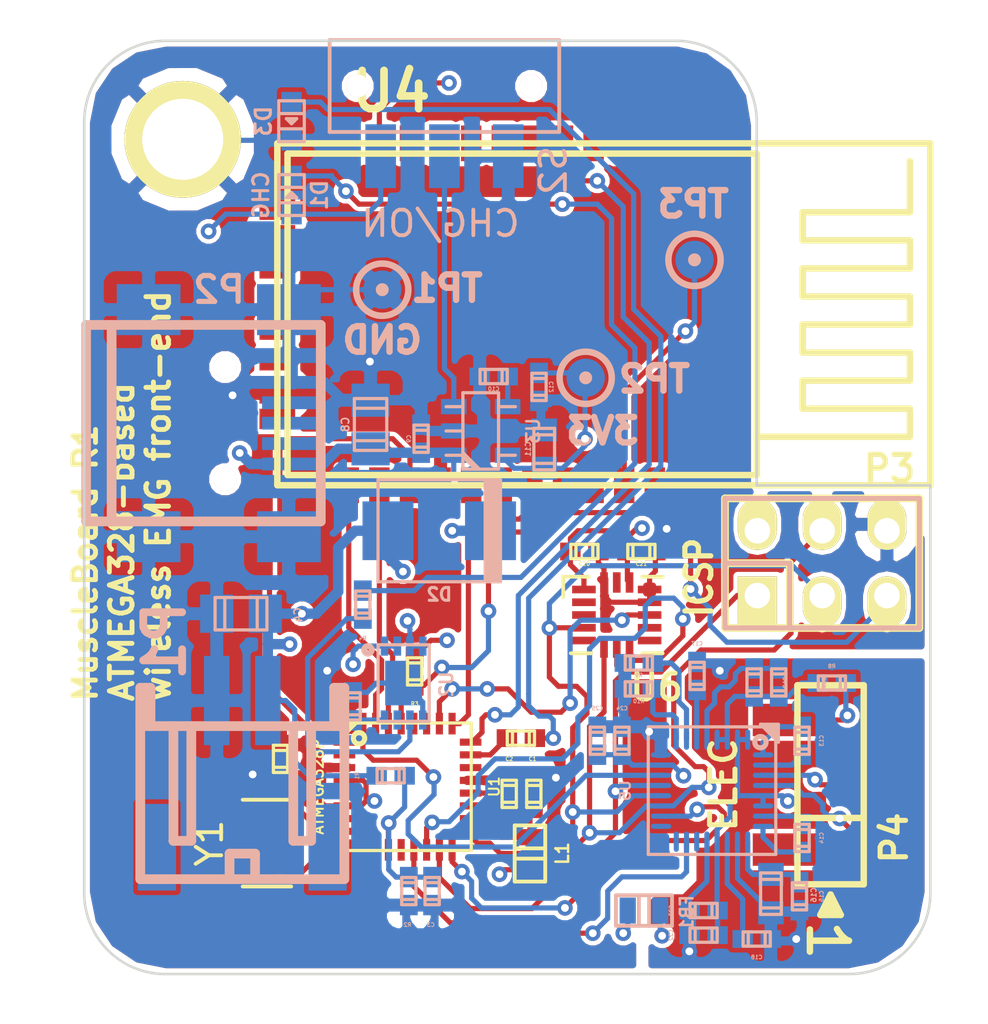
<source format=kicad_pcb>
(kicad_pcb (version 20171130) (host pcbnew "(5.1.12)-1")
  (layers (0 Top signal) (1 Ground power) (2 Power power) (31 Bottom signal) (34 B.Paste user hide) (35 F.Paste user hide) (36 B.SilkS user hide) (37 F.SilkS user hide) (38 B.Mask user hide) (39 F.Mask user hide) (44 Edge.Cuts user))
  (net 0 "")
  (net 1 +3.3V)
  (net 2 +BATT)
  (net 3 /AREF)
  (net 4 /AVCC)
  (net 5 "/Analog front-end/GPIO1")
  (net 6 "/Analog front-end/GPIO2")
  (net 7 "/Analog front-end/PGA1N")
  (net 8 "/Analog front-end/PGA1P")
  (net 9 "/Analog front-end/PGA2N")
  (net 10 "/Analog front-end/PGA2P")
  (net 11 "/Analog front-end/RLDIN")
  (net 12 "/Analog front-end/RLDINV")
  (net 13 "/Analog front-end/VCAP1")
  (net 14 "/Analog front-end/VCAP2")
  (net 15 "/Analog front-end/VREFP")
  (net 16 /BATT_MON)
  (net 17 /BT_CONN)
  (net 18 /BT_RESET)
  (net 19 /FACTORY_RESET)
  (net 20 /MCU_RX)
  (net 21 /MCU_TX)
  (net 22 /USER_LED)
  (net 23 /~MCU_CTS)
  (net 24 CH1N)
  (net 25 CH1P)
  (net 26 GND)
  (net 27 MISO)
  (net 28 MOSI)
  (net 29 N-0000021)
  (net 30 N-0000022)
  (net 31 N-0000023)
  (net 32 N-0000025)
  (net 33 N-0000026)
  (net 34 N-0000027)
  (net 35 N-0000028)
  (net 36 N-000004)
  (net 37 N-0000067)
  (net 38 N-0000076)
  (net 39 RLD)
  (net 40 SCLK)
  (net 41 VBUS)
  (net 42 XL_INT1)
  (net 43 ~AFE_CS)
  (net 44 ~AFE_DRDY)
  (net 45 ~AFE_PWDN)
  (net 46 ~MCU_RESET)
  (net 47 ~XL_CS)
  (net 48 AVDD)
  (module w_rf_modules:roving_rn-42 (layer Top) (at 114.3508 48.26 270)
    (fp_text reference U4 (at -8.7376 8.3312) (layer F.SilkS) (effects (font (size 1.5 1.5) (thickness 0.3))))
    (fp_text value BLUETOOTH-RN42 hide)
    (pad 1 smd rect (at -6.7 -3.2 270) (size 1.4 0.8) (layers Top F.Paste F.Mask))
    (pad 2 smd rect (at -6.7 -2 270) (size 1.4 0.8) (layers Top F.Paste F.Mask))
    (pad 3 smd rect (at -6.7 -0.8 270) (size 1.4 0.8) (layers Top F.Paste F.Mask))
    (pad 4 smd rect (at -6.7 0.4 270) (size 1.4 0.8) (layers Top F.Paste F.Mask))
    (pad 5 smd rect (at -6.7 1.6 270) (size 1.4 0.8) (layers Top F.Paste F.Mask) (net 18 /BT_RESET))
    (pad 6 smd rect (at -6.7 2.8 270) (size 1.4 0.8) (layers Top F.Paste F.Mask))
    (pad 7 smd rect (at -6.7 4 270) (size 1.4 0.8) (layers Top F.Paste F.Mask))
    (pad 8 smd rect (at -6.7 5.2 270) (size 1.4 0.8) (layers Top F.Paste F.Mask))
    (pad 9 smd rect (at -6.7 6.4 270) (size 1.4 0.8) (layers Top F.Paste F.Mask))
    (pad 10 smd rect (at -6.7 7.6 270) (size 1.4 0.8) (layers Top F.Paste F.Mask))
    (pad 11 smd rect (at -6.7 8.8 270) (size 1.4 0.8) (layers Top F.Paste F.Mask) (net 1 +3.3V))
    (pad 12 smd rect (at -6.7 10 270) (size 1.4 0.8) (layers Top F.Paste F.Mask))
    (pad 13 smd rect (at 6.7 10 270) (size 1.4 0.8) (layers Top F.Paste F.Mask) (net 21 /MCU_TX))
    (pad 14 smd rect (at 6.7 8.8 270) (size 1.4 0.8) (layers Top F.Paste F.Mask) (net 20 /MCU_RX))
    (pad 15 smd rect (at 6.7 7.6 270) (size 1.4 0.8) (layers Top F.Paste F.Mask) (net 23 /~MCU_CTS))
    (pad 16 smd rect (at 6.7 6.4 270) (size 1.4 0.8) (layers Top F.Paste F.Mask) (net 26 GND))
    (pad 17 smd rect (at 6.7 5.2 270) (size 1.4 0.8) (layers Top F.Paste F.Mask))
    (pad 18 smd rect (at 6.7 4 270) (size 1.4 0.8) (layers Top F.Paste F.Mask))
    (pad 19 smd rect (at 6.7 2.8 270) (size 1.4 0.8) (layers Top F.Paste F.Mask) (net 17 /BT_CONN))
    (pad 20 smd rect (at 6.7 1.6 270) (size 1.4 0.8) (layers Top F.Paste F.Mask))
    (pad 21 smd rect (at 6.7 0.4 270) (size 1.4 0.8) (layers Top F.Paste F.Mask))
    (pad 22 smd rect (at 6.7 -0.8 270) (size 1.4 0.8) (layers Top F.Paste F.Mask) (net 19 /FACTORY_RESET))
    (pad 23 smd rect (at 6.7 -2 270) (size 1.4 0.8) (layers Top F.Paste F.Mask))
    (pad 24 smd rect (at 6.7 -3.2 270) (size 1.4 0.8) (layers Top F.Paste F.Mask))
    (pad 30 smd rect (at 4.1 12.8 270) (size 0.8 1.4) (layers Top F.Paste F.Mask))
    (pad 28 smd rect (at 3.1 12.8 270) (size 0.8 1.4) (layers Top F.Paste F.Mask) (net 26 GND))
    (pad 31 smd rect (at 1.8 12.8 270) (size 0.8 1.4) (layers Top F.Paste F.Mask))
    (pad 32 smd rect (at 0.6 12.8 270) (size 0.8 1.4) (layers Top F.Paste F.Mask))
    (pad 33 smd rect (at -0.6 12.8 270) (size 0.8 1.4) (layers Top F.Paste F.Mask))
    (pad 34 smd rect (at -1.8 12.8 270) (size 0.8 1.4) (layers Top F.Paste F.Mask))
    (pad 29 smd rect (at -3.1 12.8 270) (size 0.8 1.4) (layers Top F.Paste F.Mask) (net 26 GND))
    (pad 35 smd rect (at -4.1 12.8 270) (size 0.8 1.4) (layers Top F.Paste F.Mask))
  )
  (module USB_MINI_B (layer Bottom) (at 98.6536 52.5272)
    (fp_text reference P2 (at 0.6096 -5.2324) (layer B.SilkS) (effects (font (size 1.016 1.016) (thickness 0.2032)) (justify mirror)))
    (fp_text value USB hide)
    (pad 1 smd rect (at 3.44932 1.6002) (size 2.30124 0.50038) (layers Bottom B.Paste B.Mask) (net 41 VBUS))
    (pad 2 smd rect (at 3.44932 0.8001) (size 2.30124 0.50038) (layers Bottom B.Paste B.Mask))
    (pad 3 smd rect (at 3.44932 0) (size 2.30124 0.50038) (layers Bottom B.Paste B.Mask))
    (pad 4 smd rect (at 3.44932 -0.8001) (size 2.30124 0.50038) (layers Bottom B.Paste B.Mask))
    (pad 5 smd rect (at 3.44932 -1.6002) (size 2.30124 0.50038) (layers Bottom B.Paste B.Mask) (net 26 GND))
    (pad 6 smd rect (at 3.35026 4.45008) (size 2.49936 1.99898) (layers Bottom B.Paste B.Mask) (net 26 GND))
    (pad 7 smd rect (at -2.14884 4.45008) (size 2.49936 1.99898) (layers Bottom B.Paste B.Mask) (net 26 GND))
    (pad 8 smd rect (at 3.35026 -4.45008) (size 2.49936 1.99898) (layers Bottom B.Paste B.Mask) (net 26 GND))
    (pad 9 smd rect (at -2.14884 -4.45008) (size 2.49936 1.99898) (layers Bottom B.Paste B.Mask) (net 26 GND))
    (pad "" np_thru_hole circle (at 0.8509 2.19964) (size 0.89916 0.89916) (drill 0.89916) (layers *.Cu *.Mask B.SilkS))
    (pad 2 np_thru_hole circle (at 0.8509 -2.19964) (size 0.89916 0.89916) (drill 0.89916) (layers *.Cu *.Mask B.SilkS))
  )
  (module testpoint_1mm5 (layer Bottom) (at 117.9068 46.1264 90)
    (fp_text reference TP3 (at 2.1844 -0.0508 180) (layer B.SilkS) (effects (font (thickness 0.25)) (justify mirror)))
    (fp_text value FACT hide)
    (pad 1 smd circle (at 0 0 90) (size 1.50114 1.50114) (layers Bottom B.Paste B.Mask) (net 19 /FACTORY_RESET))
  )
  (module testpoint_1mm5 (layer Bottom) (at 105.664 47.2948)
    (fp_text reference TP1 (at 2.54 -0.0508) (layer B.SilkS) (effects (font (thickness 0.25)) (justify mirror)))
    (fp_text value GND (at 0 1.9812) (layer B.SilkS) (effects (font (thickness 0.25)) (justify mirror)))
    (pad 1 smd circle (at 0 0) (size 1.50114 1.50114) (layers Bottom B.Paste B.Mask) (net 26 GND))
  )
  (module sot23-5 (layer Bottom) (at 109.5248 52.832 90)
    (fp_text reference U3 (at 0 2.0574 90) (layer B.SilkS) (effects (font (size 0.50038 0.50038) (thickness 0.09906)) (justify mirror)))
    (fp_text value TPS73233 hide)
    (pad 1 smd rect (at -0.9525 -1.05664 90) (size 0.59944 1.00076) (layers Bottom B.Paste B.Mask) (net 41 VBUS))
    (pad 3 smd rect (at 0.9525 -1.05664 90) (size 0.59944 1.00076) (layers Bottom B.Paste B.Mask) (net 33 N-0000026))
    (pad 2 smd rect (at 0 -1.05664 90) (size 0.59944 1.00076) (layers Bottom B.Paste B.Mask) (net 26 GND))
    (pad 4 smd rect (at 0.9525 1.05664 90) (size 0.59944 1.00076) (layers Bottom B.Paste B.Mask) (net 32 N-0000025))
    (pad 5 smd rect (at -0.9525 1.05664 90) (size 0.59944 1.00076) (layers Bottom B.Paste B.Mask) (net 1 +3.3V))
  )
  (module Led_0603 (layer Bottom) (at 102.108 43.5864 90)
    (fp_text reference D1 (at 0 1.09982 90) (layer B.SilkS) (effects (font (size 0.59944 0.59944) (thickness 0.11938)) (justify mirror)))
    (fp_text value CHG (at 0 -1.19888 90) (layer B.SilkS) (effects (font (size 0.59944 0.59944) (thickness 0.11938)) (justify mirror)))
    (pad 1 smd rect (at -0.7493 0 90) (size 0.79756 0.79756) (layers Bottom B.Paste B.Mask) (net 41 VBUS))
    (pad 2 smd rect (at 0.7493 0 90) (size 0.79756 0.79756) (layers Bottom B.Paste B.Mask) (net 35 N-0000028))
  )
  (module Led_0603 (layer Bottom) (at 102.108 40.6908 270)
    (fp_text reference D3 (at 0 1.09982 270) (layer B.SilkS) (effects (font (size 0.59944 0.59944) (thickness 0.11938)) (justify mirror)))
    (fp_text value RED hide)
    (pad 1 smd rect (at -0.7493 0 270) (size 0.79756 0.79756) (layers Bottom B.Paste B.Mask) (net 36 N-000004))
    (pad 2 smd rect (at 0.7493 0 270) (size 0.79756 0.79756) (layers Bottom B.Paste B.Mask) (net 26 GND))
  )
  (module inductor_smd_0603 (layer Bottom) (at 115.9256 71.628)
    (fp_text reference FB1 (at 1.6764 0.1016 90) (layer B.SilkS) (effects (font (size 0.49784 0.49784) (thickness 0.09906)) (justify mirror)))
    (fp_text value BLM18PG121SN1 hide)
    (pad 1 smd rect (at -0.63754 0) (size 0.635 1.016) (layers Bottom B.Paste B.Mask) (net 1 +3.3V))
    (pad 2 smd rect (at 0.63754 0) (size 0.635 1.016) (layers Bottom B.Paste B.Mask))
  )
  (module do214aa (layer Bottom) (at 107.8992 56.7436)
    (fp_text reference D2 (at 0 2.49936) (layer B.SilkS) (effects (font (size 0.50038 0.50038) (thickness 0.11938)) (justify mirror)))
    (fp_text value LSM115JE3/TR13 hide)
    (pad 2 smd rect (at 2.00914 0) (size 1.99898 2.30124) (layers Bottom B.Paste B.Mask) (net 41 VBUS))
    (pad 1 smd rect (at -2.00914 0) (size 1.99898 2.30124) (layers Bottom B.Paste B.Mask) (net 2 +BATT))
  )
  (module c_0603 (layer Bottom) (at 120.904 70.9676 90)
    (fp_text reference C16 (at -0.0508 1.6764 90) (layer B.SilkS) (effects (font (size 0.20066 0.20066) (thickness 0.04064)) (justify mirror)))
    (fp_text value 10uF hide)
    (pad 1 smd rect (at 0.75184 0 90) (size 0.89916 1.00076) (layers Bottom B.Paste B.Mask) (net 15 "/Analog front-end/VREFP"))
    (pad 2 smd rect (at -0.75184 0 90) (size 0.89916 1.00076) (layers Bottom B.Paste B.Mask) (net 26 GND))
  )
  (module c_0603 (layer Bottom) (at 112.014 53.5432 270)
    (fp_text reference C11 (at 0 0.635 270) (layer B.SilkS) (effects (font (size 0.20066 0.20066) (thickness 0.04064)) (justify mirror)))
    (fp_text value 10uF hide)
    (pad 1 smd rect (at 0.75184 0 270) (size 0.89916 1.00076) (layers Bottom B.Paste B.Mask) (net 1 +3.3V))
    (pad 2 smd rect (at -0.75184 0 270) (size 0.89916 1.00076) (layers Bottom B.Paste B.Mask) (net 26 GND))
  )
  (module BBB_MHOLE (layer Top) (at 97.8408 41.402)
    (fp_text reference MTG1 hide)
    (fp_text value MHOLE hide)
    (pad 1 thru_hole circle (at 0 0) (size 4.572 4.572) (drill 3.175) (layers *.Cu *.Mask F.SilkS) (net 26 GND))
  )
  (module 16-LGA-3x3.25 (layer Top) (at 114.8588 60.0456)
    (fp_text reference U6 (at 1.5621 2.8321) (layer F.SilkS) (effects (font (size 1.016 1.016) (thickness 0.1905))))
    (fp_text value ADXL362 hide)
    (pad 9 smd rect (at 1.2875 1) (size 0.925 0.3) (layers Top F.Paste F.Mask))
    (pad 10 smd rect (at 1.2875 0.5) (size 0.925 0.3) (layers Top F.Paste F.Mask))
    (pad 13 smd rect (at 1.2875 -1) (size 0.925 0.3) (layers Top F.Paste F.Mask) (net 26 GND))
    (pad 12 smd rect (at 1.2875 -0.5) (size 0.925 0.3) (layers Top F.Paste F.Mask) (net 26 GND))
    (pad 11 smd rect (at 1.2875 0) (size 0.925 0.3) (layers Top F.Paste F.Mask) (net 42 XL_INT1))
    (pad 3 smd rect (at -1.2875 0) (size 0.925 0.3) (layers Top F.Paste F.Mask))
    (pad 2 smd rect (at -1.2875 -0.5) (size 0.925 0.3) (layers Top F.Paste F.Mask))
    (pad 1 smd rect (at -1.2875 -1) (size 0.925 0.3) (layers Top F.Paste F.Mask) (net 1 +3.3V))
    (pad 4 smd rect (at -1.2875 0.5) (size 0.925 0.3) (layers Top F.Paste F.Mask) (net 40 SCLK))
    (pad 5 smd rect (at -1.2875 1) (size 0.925 0.3) (layers Top F.Paste F.Mask))
    (pad 15 smd rect (at 0 -1.275) (size 0.3 0.8) (layers Top F.Paste F.Mask))
    (pad 7 smd rect (at 0 1.275) (size 0.3 0.8) (layers Top F.Paste F.Mask) (net 27 MISO))
    (pad 16 smd rect (at -0.5 -1.275) (size 0.3 0.8) (layers Top F.Paste F.Mask) (net 26 GND))
    (pad 14 smd rect (at 0.5 -1.275) (size 0.3 0.8) (layers Top F.Paste F.Mask) (net 1 +3.3V))
    (pad 6 smd rect (at -0.5 1.275) (size 0.3 0.8) (layers Top F.Paste F.Mask) (net 28 MOSI))
    (pad 8 smd rect (at 0.5 1.275) (size 0.3 0.8) (layers Top F.Paste F.Mask) (net 47 ~XL_CS))
  )
  (module JS102011SAQN (layer Bottom) (at 108.1024 42.0624)
    (fp_text reference S2 (at 4.2672 0.5588 270) (layer B.SilkS) (effects (justify mirror)))
    (fp_text value CHG/ON (at -0.1524 2.6416) (layer B.SilkS) (effects (justify mirror)))
    (pad 2 smd rect (at 0 0) (size 1.2 2.5) (layers Bottom B.Paste B.Mask) (net 33 N-0000026))
    (pad 1 smd rect (at -2.5 0) (size 1.2 2.5) (layers Bottom B.Paste B.Mask) (net 41 VBUS))
    (pad 3 smd rect (at 2.5 0) (size 1.2 2.5) (layers Bottom B.Paste B.Mask) (net 26 GND))
    (pad "" np_thru_hole circle (at -3.4 -2.75) (size 0.9 0.9) (drill 0.9) (layers *.Cu *.Mask B.SilkS))
    (pad "" np_thru_hole circle (at 3.4 -2.75) (size 0.9 0.9) (drill 0.9) (layers *.Cu *.Mask B.SilkS))
  )
  (module s2b-ph-sm4-tb (layer Bottom) (at 100.1776 63.3984 180)
    (fp_text reference P1 (at 3.048 2.3368 90) (layer B.SilkS) (effects (font (size 1.524 1.524) (thickness 0.3048)) (justify mirror)))
    (fp_text value BATT hide)
    (pad 1 smd rect (at -1.00076 0 180) (size 0.99568 3.49758) (layers Bottom B.Paste B.Mask) (net 2 +BATT))
    (pad 2 smd rect (at 1.00076 0 180) (size 0.99822 3.49758) (layers Bottom B.Paste B.Mask) (net 26 GND))
    (pad "" smd rect (at -3.34518 -5.74802 180) (size 1.4986 3.39852) (layers Bottom B.Paste B.Mask))
    (pad "" smd rect (at 3.34772 -5.74802 180) (size 1.4986 3.39598) (layers Bottom B.Paste B.Mask))
  )
  (module r_0402 (layer Top) (at 106.934 62.2554 90)
    (fp_text reference R3 (at -1.27 0 180) (layer F.SilkS) (effects (font (size 0.1524 0.1524) (thickness 0.03048))))
    (fp_text value 10k hide)
    (pad 1 smd rect (at 0.54864 0 90) (size 0.8001 0.6985) (layers Top F.Paste F.Mask) (net 1 +3.3V))
    (pad 2 smd rect (at -0.54864 0 90) (size 0.8001 0.6985) (layers Top F.Paste F.Mask) (net 46 ~MCU_RESET))
  )
  (module inductor_smd_0603 (layer Top) (at 111.4552 69.3928 270)
    (fp_text reference L1 (at 0 -1.27 270) (layer F.SilkS) (effects (font (size 0.49784 0.49784) (thickness 0.09906))))
    (fp_text value 10uH hide)
    (pad 1 smd rect (at -0.63754 0 270) (size 0.635 1.016) (layers Top F.Paste F.Mask) (net 4 /AVCC))
    (pad 2 smd rect (at 0.63754 0 270) (size 0.635 1.016) (layers Top F.Paste F.Mask) (net 1 +3.3V))
  )
  (module c_0402 (layer Bottom) (at 115.062 64.9732 270)
    (fp_text reference C24 (at -1.27 0 180) (layer B.SilkS) (effects (font (size 0.1524 0.1524) (thickness 0.03048)) (justify mirror)))
    (fp_text value 1uF hide)
    (pad 1 smd rect (at 0.54864 0 270) (size 0.8001 0.6985) (layers Bottom B.Paste B.Mask) (net 1 +3.3V))
    (pad 2 smd rect (at -0.54864 0 270) (size 0.8001 0.6985) (layers Bottom B.Paste B.Mask) (net 26 GND))
  )
  (module c_0402 (layer Bottom) (at 114.0968 64.9732 270)
    (fp_text reference C25 (at -1.27 0 180) (layer B.SilkS) (effects (font (size 0.1524 0.1524) (thickness 0.03048)) (justify mirror)))
    (fp_text value 0.1uF hide)
    (pad 1 smd rect (at 0.54864 0 270) (size 0.8001 0.6985) (layers Bottom B.Paste B.Mask) (net 1 +3.3V))
    (pad 2 smd rect (at -0.54864 0 270) (size 0.8001 0.6985) (layers Bottom B.Paste B.Mask) (net 26 GND))
  )
  (module r_0402 (layer Top) (at 111.0996 64.8716)
    (fp_text reference R7 (at 1.3208 0 90) (layer F.SilkS) (effects (font (size 0.1524 0.1524) (thickness 0.03048))))
    (fp_text value 2.2k hide)
    (pad 1 smd rect (at 0.54864 0) (size 0.8001 0.6985) (layers Top F.Paste F.Mask) (net 36 N-000004))
    (pad 2 smd rect (at -0.54864 0) (size 0.8001 0.6985) (layers Top F.Paste F.Mask) (net 22 /USER_LED))
  )
  (module r_0402 (layer Bottom) (at 104.902 59.6392 90)
    (fp_text reference R4 (at -1.3208 0) (layer B.SilkS) (effects (font (size 0.1524 0.1524) (thickness 0.03048)) (justify mirror)))
    (fp_text value 2.2k hide)
    (pad 1 smd rect (at 0.54864 0 90) (size 0.8001 0.6985) (layers Bottom B.Paste B.Mask) (net 35 N-0000028))
    (pad 2 smd rect (at -0.54864 0 90) (size 0.8001 0.6985) (layers Bottom B.Paste B.Mask) (net 34 N-0000027))
  )
  (module r_0402 (layer Bottom) (at 105.9942 66.3448 180)
    (fp_text reference R1 (at 1.3208 0 90) (layer B.SilkS) (effects (font (size 0.1524 0.1524) (thickness 0.03048)) (justify mirror)))
    (fp_text value 2.2M hide)
    (pad 1 smd rect (at 0.54864 0 180) (size 0.8001 0.6985) (layers Bottom B.Paste B.Mask) (net 2 +BATT))
    (pad 2 smd rect (at -0.54864 0 180) (size 0.8001 0.6985) (layers Bottom B.Paste B.Mask) (net 16 /BATT_MON))
  )
  (module r_0402 (layer Bottom) (at 115.7224 61.9252)
    (fp_text reference R9 (at 0 0.4826) (layer B.SilkS) (effects (font (size 0.1524 0.1524) (thickness 0.03048)) (justify mirror)))
    (fp_text value 10k hide)
    (pad 1 smd rect (at 0.54864 0) (size 0.8001 0.6985) (layers Bottom B.Paste B.Mask) (net 5 "/Analog front-end/GPIO1"))
    (pad 2 smd rect (at -0.54864 0) (size 0.8001 0.6985) (layers Bottom B.Paste B.Mask) (net 26 GND))
  )
  (module r_0402 (layer Bottom) (at 115.7224 62.9412)
    (fp_text reference R10 (at 0 0.4826) (layer B.SilkS) (effects (font (size 0.1524 0.1524) (thickness 0.03048)) (justify mirror)))
    (fp_text value 10k hide)
    (pad 1 smd rect (at 0.54864 0) (size 0.8001 0.6985) (layers Bottom B.Paste B.Mask) (net 6 "/Analog front-end/GPIO2"))
    (pad 2 smd rect (at -0.54864 0) (size 0.8001 0.6985) (layers Bottom B.Paste B.Mask) (net 26 GND))
  )
  (module r_0402 (layer Bottom) (at 120.2436 62.6872 270)
    (fp_text reference R12 (at 0 -1.2192 270) (layer B.SilkS) (effects (font (size 0.1524 0.1524) (thickness 0.03048)) (justify mirror)))
    (fp_text value 1M hide)
    (pad 1 smd rect (at 0.54864 0 270) (size 0.8001 0.6985) (layers Bottom B.Paste B.Mask) (net 11 "/Analog front-end/RLDIN"))
    (pad 2 smd rect (at -0.54864 0 270) (size 0.8001 0.6985) (layers Bottom B.Paste B.Mask) (net 12 "/Analog front-end/RLDINV"))
  )
  (module r_0402 (layer Bottom) (at 123.2916 62.7126 180)
    (fp_text reference R8 (at 0 0.6604 180) (layer B.SilkS) (effects (font (size 0.1524 0.1524) (thickness 0.03048)) (justify mirror)))
    (fp_text value 51k hide)
    (pad 1 smd rect (at 0.54864 0 180) (size 0.8001 0.6985) (layers Bottom B.Paste B.Mask) (net 11 "/Analog front-end/RLDIN"))
    (pad 2 smd rect (at -0.54864 0 180) (size 0.8001 0.6985) (layers Bottom B.Paste B.Mask) (net 39 RLD))
  )
  (module r_0402 (layer Bottom) (at 106.7054 70.866 90)
    (fp_text reference R2 (at -1.3208 -0.0508) (layer B.SilkS) (effects (font (size 0.1524 0.1524) (thickness 0.03048)) (justify mirror)))
    (fp_text value 1M hide)
    (pad 1 smd rect (at 0.54864 0 90) (size 0.8001 0.6985) (layers Bottom B.Paste B.Mask) (net 16 /BATT_MON))
    (pad 2 smd rect (at -0.54864 0 90) (size 0.8001 0.6985) (layers Bottom B.Paste B.Mask) (net 26 GND))
  )
  (module r_0402 (layer Bottom) (at 104.521 63.627 270)
    (fp_text reference R5 (at -0.0254 0.6858 270) (layer B.SilkS) (effects (font (size 0.1524 0.1524) (thickness 0.03048)) (justify mirror)))
    (fp_text value 10k hide)
    (pad 1 smd rect (at 0.54864 0 270) (size 0.8001 0.6985) (layers Bottom B.Paste B.Mask) (net 31 N-0000023))
    (pad 2 smd rect (at -0.54864 0 270) (size 0.8001 0.6985) (layers Bottom B.Paste B.Mask) (net 26 GND))
  )
  (module c_0402 (layer Top) (at 111.6076 67.056 270)
    (fp_text reference C1 (at -1.3716 0.0508) (layer F.SilkS) (effects (font (size 0.1524 0.1524) (thickness 0.03048))))
    (fp_text value 0.1uF hide)
    (pad 1 smd rect (at 0.54864 0 270) (size 0.8001 0.6985) (layers Top F.Paste F.Mask) (net 4 /AVCC))
    (pad 2 smd rect (at -0.54864 0 270) (size 0.8001 0.6985) (layers Top F.Paste F.Mask) (net 26 GND))
  )
  (module c_0402 (layer Bottom) (at 118.0084 62.4332 270)
    (fp_text reference C17 (at -1.27 0 180) (layer B.SilkS) (effects (font (size 0.1524 0.1524) (thickness 0.03048)) (justify mirror)))
    (fp_text value 1uF hide)
    (pad 1 smd rect (at 0.54864 0 270) (size 0.8001 0.6985) (layers Bottom B.Paste B.Mask) (net 14 "/Analog front-end/VCAP2"))
    (pad 2 smd rect (at -0.54864 0 270) (size 0.8001 0.6985) (layers Bottom B.Paste B.Mask) (net 26 GND))
  )
  (module c_0402 (layer Bottom) (at 111.8108 51.1048 90)
    (fp_text reference C12 (at 0 0.4826 90) (layer B.SilkS) (effects (font (size 0.1524 0.1524) (thickness 0.03048)) (justify mirror)))
    (fp_text value 2.2uF hide)
    (pad 1 smd rect (at 0.54864 0 90) (size 0.8001 0.6985) (layers Bottom B.Paste B.Mask) (net 1 +3.3V))
    (pad 2 smd rect (at -0.54864 0 90) (size 0.8001 0.6985) (layers Bottom B.Paste B.Mask) (net 26 GND))
  )
  (module c_0402 (layer Bottom) (at 122.1232 64.9732 270)
    (fp_text reference C13 (at 0 -0.762 270) (layer B.SilkS) (effects (font (size 0.1524 0.1524) (thickness 0.03048)) (justify mirror)))
    (fp_text value 4.7nF hide)
    (pad 1 smd rect (at 0.54864 0 270) (size 0.8001 0.6985) (layers Bottom B.Paste B.Mask) (net 8 "/Analog front-end/PGA1P"))
    (pad 2 smd rect (at -0.54864 0 270) (size 0.8001 0.6985) (layers Bottom B.Paste B.Mask) (net 7 "/Analog front-end/PGA1N"))
  )
  (module c_0402 (layer Bottom) (at 122.1232 68.7832 270)
    (fp_text reference C14 (at 0 -0.762 270) (layer B.SilkS) (effects (font (size 0.1524 0.1524) (thickness 0.03048)) (justify mirror)))
    (fp_text value 4.7nF hide)
    (pad 1 smd rect (at 0.54864 0 270) (size 0.8001 0.6985) (layers Bottom B.Paste B.Mask) (net 10 "/Analog front-end/PGA2P"))
    (pad 2 smd rect (at -0.54864 0 270) (size 0.8001 0.6985) (layers Bottom B.Paste B.Mask) (net 9 "/Analog front-end/PGA2N"))
  )
  (module c_0402 (layer Top) (at 101.6762 65.6844 270)
    (fp_text reference C5 (at 0 -0.4826 270) (layer F.SilkS) (effects (font (size 0.1524 0.1524) (thickness 0.03048))))
    (fp_text value 0.1uF hide)
    (pad 1 smd rect (at 0.54864 0 270) (size 0.8001 0.6985) (layers Top F.Paste F.Mask) (net 1 +3.3V))
    (pad 2 smd rect (at -0.54864 0 270) (size 0.8001 0.6985) (layers Top F.Paste F.Mask) (net 26 GND))
  )
  (module c_0402 (layer Bottom) (at 122.0216 71.0692 90)
    (fp_text reference C15 (at 0 0.8636 90) (layer B.SilkS) (effects (font (size 0.1524 0.1524) (thickness 0.03048)) (justify mirror)))
    (fp_text value 0.1uF hide)
    (pad 1 smd rect (at 0.54864 0 90) (size 0.8001 0.6985) (layers Bottom B.Paste B.Mask) (net 15 "/Analog front-end/VREFP"))
    (pad 2 smd rect (at -0.54864 0 90) (size 0.8001 0.6985) (layers Bottom B.Paste B.Mask) (net 26 GND))
  )
  (module c_0402 (layer Top) (at 115.824 57.5564 180)
    (fp_text reference C21 (at 0 -0.4826 180) (layer F.SilkS) (effects (font (size 0.1524 0.1524) (thickness 0.03048))))
    (fp_text value 0.1uF hide)
    (pad 1 smd rect (at 0.54864 0 180) (size 0.8001 0.6985) (layers Top F.Paste F.Mask) (net 1 +3.3V))
    (pad 2 smd rect (at -0.54864 0 180) (size 0.8001 0.6985) (layers Top F.Paste F.Mask) (net 26 GND))
  )
  (module c_0402 (layer Top) (at 113.5888 57.5564 180)
    (fp_text reference C20 (at 0 -0.4826 180) (layer F.SilkS) (effects (font (size 0.1524 0.1524) (thickness 0.03048))))
    (fp_text value 0.1uF hide)
    (pad 1 smd rect (at 0.54864 0 180) (size 0.8001 0.6985) (layers Top F.Paste F.Mask) (net 1 +3.3V))
    (pad 2 smd rect (at -0.54864 0 180) (size 0.8001 0.6985) (layers Top F.Paste F.Mask) (net 26 GND))
  )
  (module c_0402 (layer Bottom) (at 118.2624 71.628)
    (fp_text reference C23 (at -1.27 0 270) (layer B.SilkS) (effects (font (size 0.1524 0.1524) (thickness 0.03048)) (justify mirror)))
    (fp_text value 0.1uF hide)
    (pad 1 smd rect (at 0.54864 0) (size 0.8001 0.6985) (layers Bottom B.Paste B.Mask) (net 37 N-0000067))
    (pad 2 smd rect (at -0.54864 0) (size 0.8001 0.6985) (layers Bottom B.Paste B.Mask) (net 26 GND))
  )
  (module c_0402 (layer Bottom) (at 118.2624 72.5932)
    (fp_text reference C22 (at -1.27 0 270) (layer B.SilkS) (effects (font (size 0.1524 0.1524) (thickness 0.03048)) (justify mirror)))
    (fp_text value 1uF hide)
    (pad 1 smd rect (at 0.54864 0) (size 0.8001 0.6985) (layers Bottom B.Paste B.Mask) (net 37 N-0000067))
    (pad 2 smd rect (at -0.54864 0) (size 0.8001 0.6985) (layers Bottom B.Paste B.Mask) (net 26 GND))
  )
  (module c_0402 (layer Bottom) (at 120.3452 72.7456 180)
    (fp_text reference C18 (at 0 -0.7112 180) (layer B.SilkS) (effects (font (size 0.1524 0.1524) (thickness 0.03048)) (justify mirror)))
    (fp_text value 1uF hide)
    (pad 1 smd rect (at 0.54864 0 180) (size 0.8001 0.6985) (layers Bottom B.Paste B.Mask) (net 13 "/Analog front-end/VCAP1"))
    (pad 2 smd rect (at -0.54864 0 180) (size 0.8001 0.6985) (layers Bottom B.Paste B.Mask) (net 26 GND))
  )
  (module c_0402 (layer Bottom) (at 121.2088 62.6872 270)
    (fp_text reference C19 (at 0 -1.778 270) (layer B.SilkS) (effects (font (size 0.1524 0.1524) (thickness 0.03048)) (justify mirror)))
    (fp_text value 1.5nF hide)
    (pad 1 smd rect (at 0.54864 0 270) (size 0.8001 0.6985) (layers Bottom B.Paste B.Mask) (net 11 "/Analog front-end/RLDIN"))
    (pad 2 smd rect (at -0.54864 0 270) (size 0.8001 0.6985) (layers Bottom B.Paste B.Mask) (net 12 "/Analog front-end/RLDINV"))
  )
  (module c_0402 (layer Bottom) (at 110.0328 50.6984)
    (fp_text reference C10 (at 0 0.4826) (layer B.SilkS) (effects (font (size 0.1524 0.1524) (thickness 0.03048)) (justify mirror)))
    (fp_text value 0.01uF hide)
    (pad 1 smd rect (at 0.54864 0) (size 0.8001 0.6985) (layers Bottom B.Paste B.Mask) (net 32 N-0000025))
    (pad 2 smd rect (at -0.54864 0) (size 0.8001 0.6985) (layers Bottom B.Paste B.Mask) (net 26 GND))
  )
  (module c_0402 (layer Bottom) (at 107.6198 70.866 90)
    (fp_text reference C3 (at -1.3208 -0.0508) (layer B.SilkS) (effects (font (size 0.1524 0.1524) (thickness 0.03048)) (justify mirror)))
    (fp_text value 0.1uF hide)
    (pad 1 smd rect (at 0.54864 0 90) (size 0.8001 0.6985) (layers Bottom B.Paste B.Mask) (net 16 /BATT_MON))
    (pad 2 smd rect (at -0.54864 0 90) (size 0.8001 0.6985) (layers Bottom B.Paste B.Mask) (net 26 GND))
  )
  (module c_0402 (layer Top) (at 110.6424 67.056 270)
    (fp_text reference C2 (at -1.3716 0) (layer F.SilkS) (effects (font (size 0.1524 0.1524) (thickness 0.03048))))
    (fp_text value 0.1uF hide)
    (pad 1 smd rect (at 0.54864 0 270) (size 0.8001 0.6985) (layers Top F.Paste F.Mask) (net 3 /AREF))
    (pad 2 smd rect (at -0.54864 0 270) (size 0.8001 0.6985) (layers Top F.Paste F.Mask) (net 26 GND))
  )
  (module c_0402 (layer Bottom) (at 107.188 53.1368 270)
    (fp_text reference C9 (at 0 0.4826 270) (layer B.SilkS) (effects (font (size 0.1524 0.1524) (thickness 0.03048)) (justify mirror)))
    (fp_text value 0.1uF hide)
    (pad 1 smd rect (at 0.54864 0 270) (size 0.8001 0.6985) (layers Bottom B.Paste B.Mask) (net 41 VBUS))
    (pad 2 smd rect (at -0.54864 0 270) (size 0.8001 0.6985) (layers Bottom B.Paste B.Mask) (net 26 GND))
  )
  (module dfn8-2x3 (layer Bottom) (at 106.5022 62.7126)
    (fp_text reference U2 (at 1.6764 0.0508 270) (layer B.SilkS) (effects (font (size 0.50038 0.50038) (thickness 0.09906)) (justify mirror)))
    (fp_text value MCP73831T-DFN hide)
    (pad 1 smd rect (at -0.7493 -1.4478) (size 0.29718 0.7493) (layers Bottom B.Paste B.Mask) (net 41 VBUS))
    (pad 2 smd rect (at -0.24638 -1.4478) (size 0.29718 0.7493) (layers Bottom B.Paste B.Mask) (net 41 VBUS))
    (pad 3 smd rect (at 0.24638 -1.4478) (size 0.29718 0.7493) (layers Bottom B.Paste B.Mask) (net 2 +BATT))
    (pad 4 smd rect (at 0.7493 -1.4478) (size 0.29718 0.7493) (layers Bottom B.Paste B.Mask) (net 2 +BATT))
    (pad 5 smd rect (at 0.7493 1.4478) (size 0.29718 0.7493) (layers Bottom B.Paste B.Mask) (net 26 GND))
    (pad 6 smd rect (at 0.24638 1.4478) (size 0.29718 0.7493) (layers Bottom B.Paste B.Mask) (net 34 N-0000027))
    (pad 7 smd rect (at -0.24638 1.4478) (size 0.29718 0.7493) (layers Bottom B.Paste B.Mask))
    (pad 8 smd rect (at -0.7493 1.4478) (size 0.29718 0.7493) (layers Bottom B.Paste B.Mask) (net 31 N-0000023))
    (pad 9 smd rect (at 0 0) (size 1.4478 1.74752) (layers Bottom B.Paste B.Mask) (net 26 GND))
  )
  (module c_0805 (layer Bottom) (at 100.1268 59.9948)
    (fp_text reference C4 (at 2.2352 0.0508 270) (layer B.SilkS) (effects (font (size 0.29972 0.29972) (thickness 0.06096)) (justify mirror)))
    (fp_text value 4.7uF hide)
    (pad 1 smd rect (at 0.9525 0) (size 1.30048 1.4986) (layers Bottom B.Paste B.Mask) (net 2 +BATT))
    (pad 2 smd rect (at -0.9525 0) (size 1.30048 1.4986) (layers Bottom B.Paste B.Mask) (net 26 GND))
  )
  (module c_0805 (layer Bottom) (at 105.2068 52.578 270)
    (fp_text reference C8 (at 0 0.9906 270) (layer B.SilkS) (effects (font (size 0.29972 0.29972) (thickness 0.06096)) (justify mirror)))
    (fp_text value 4.7uF hide)
    (pad 1 smd rect (at 0.9525 0 270) (size 1.30048 1.4986) (layers Bottom B.Paste B.Mask) (net 41 VBUS))
    (pad 2 smd rect (at -0.9525 0 270) (size 1.30048 1.4986) (layers Bottom B.Paste B.Mask) (net 26 GND))
  )
  (module testpoint_1mm5 (layer Bottom) (at 113.6396 50.7492 180)
    (fp_text reference TP2 (at -2.6924 -0.0508 180) (layer B.SilkS) (effects (font (thickness 0.25)) (justify mirror)))
    (fp_text value 3V3 (at -0.6604 -2.0828 180) (layer B.SilkS) (effects (font (thickness 0.25)) (justify mirror)))
    (pad 1 smd circle (at 0 0 180) (size 1.50114 1.50114) (layers Bottom B.Paste B.Mask) (net 1 +3.3V))
  )
  (module pin_strip_3x2 (layer Top) (at 122.9106 58.0136)
    (fp_text reference P3 (at 2.6416 -3.7084) (layer F.SilkS) (effects (font (size 1.016 1.016) (thickness 0.2032))))
    (fp_text value ICSP (at -4.826 0.5588 270) (layer F.SilkS) (effects (font (size 1.016 0.889) (thickness 0.2032))))
    (pad 1 thru_hole rect (at -2.54 1.27) (size 1.524 1.99898) (drill 1.00076 (offset 0 0.24892)) (layers *.Cu *.Mask F.SilkS) (net 27 MISO))
    (pad 2 thru_hole oval (at -2.54 -1.27) (size 1.524 1.99898) (drill 1.00076 (offset 0 -0.24892)) (layers *.Cu *.Mask F.SilkS) (net 1 +3.3V))
    (pad 3 thru_hole oval (at 0 1.27) (size 1.524 1.99898) (drill 1.00076 (offset 0 0.24892)) (layers *.Cu *.Mask F.SilkS) (net 40 SCLK))
    (pad 4 thru_hole oval (at 0 -1.27) (size 1.524 1.99898) (drill 1.00076 (offset 0 -0.24892)) (layers *.Cu *.Mask F.SilkS) (net 28 MOSI))
    (pad 5 thru_hole oval (at 2.54 1.27) (size 1.524 1.99898) (drill 1.00076 (offset 0 0.24892)) (layers *.Cu *.Mask F.SilkS) (net 46 ~MCU_RESET))
    (pad 6 thru_hole oval (at 2.54 -1.27) (size 1.524 1.99898) (drill 1.00076 (offset 0 -0.24892)) (layers *.Cu *.Mask F.SilkS) (net 26 GND))
  )
  (module bb02-hy03a (layer Top) (at 123.2408 66.7004 270)
    (fp_text reference P4 (at 2.0828 -2.4892 270) (layer F.SilkS) (effects (font (size 0.99822 0.99822) (thickness 0.19812))))
    (fp_text value ELEC (at 0 4.2 270) (layer F.SilkS) (effects (font (size 0.99568 0.99568) (thickness 0.19558))))
    (pad 2 smd rect (at 0 -1.525 270) (size 1.27 3.05) (layers Top F.Paste F.Mask) (net 24 CH1N))
    (pad 1 smd rect (at 2.54 1.525 270) (size 1.27 3.05) (layers Top F.Paste F.Mask) (net 25 CH1P))
    (pad 3 smd rect (at -2.54 1.525 270) (size 1.27 3.05) (layers Top F.Paste F.Mask) (net 39 RLD))
  )
  (module smd_resonator_1206 (layer Top) (at 101.1936 68.9864 270)
    (fp_text reference Y1 (at 0 2.3 270) (layer F.SilkS))
    (fp_text value RESONATOR hide)
    (pad 2 smd rect (at 0 0 270) (size 0.4 2) (layers Top F.Paste F.Mask) (net 26 GND))
    (pad 1 smd rect (at -1.2 0 270) (size 0.4 2) (layers Top F.Paste F.Mask) (net 30 N-0000022))
    (pad 3 smd rect (at 1.2 0 270) (size 0.4 2) (layers Top F.Paste F.Mask) (net 29 N-0000021))
  )
  (module pvqfn-n32-nopad (layer Top) (at 106.6546 66.7766 270)
    (fp_text reference U1 (at 0 -3.40106 270) (layer F.SilkS) (effects (font (size 0.39878 0.39878) (thickness 0.07874))))
    (fp_text value ATMEGA328P (at 0 3.49758 270) (layer F.SilkS) (effects (font (size 0.39878 0.39878) (thickness 0.0762))))
    (pad 2 smd rect (at -1.24968 2.47396 270) (size 0.2794 0.84836) (layers Top F.Paste F.Mask))
    (pad 3 smd rect (at -0.7493 2.47396 270) (size 0.2794 0.84836) (layers Top F.Paste F.Mask) (net 26 GND))
    (pad 4 smd rect (at -0.24892 2.47396 270) (size 0.2794 0.84836) (layers Top F.Paste F.Mask) (net 1 +3.3V))
    (pad 5 smd rect (at 0.24892 2.47396 270) (size 0.2794 0.84836) (layers Top F.Paste F.Mask) (net 26 GND))
    (pad 8 smd rect (at 1.74752 2.47396 270) (size 0.2794 0.84836) (layers Top F.Paste F.Mask) (net 29 N-0000021))
    (pad 9 smd rect (at 2.47396 1.74752 270) (size 0.84836 0.2794) (layers Top F.Paste F.Mask) (net 45 ~AFE_PWDN))
    (pad 10 smd rect (at 2.47396 1.24968 270) (size 0.84836 0.2794) (layers Top F.Paste F.Mask))
    (pad 11 smd rect (at 2.47396 0.7493 270) (size 0.84836 0.2794) (layers Top F.Paste F.Mask) (net 16 /BATT_MON))
    (pad 12 smd rect (at 2.47396 0.24892 270) (size 0.84836 0.2794) (layers Top F.Paste F.Mask))
    (pad 13 smd rect (at 2.47396 -0.24892 270) (size 0.84836 0.2794) (layers Top F.Paste F.Mask) (net 43 ~AFE_CS))
    (pad 14 smd rect (at 2.47396 -0.7493 270) (size 0.84836 0.2794) (layers Top F.Paste F.Mask) (net 47 ~XL_CS))
    (pad 1 smd rect (at -1.74752 2.47396 270) (size 0.2794 0.84836) (layers Top F.Paste F.Mask) (net 23 /~MCU_CTS))
    (pad 15 smd rect (at 2.47396 -1.24968 270) (size 0.84836 0.2794) (layers Top F.Paste F.Mask) (net 28 MOSI))
    (pad 16 smd rect (at 2.47396 -1.74752 270) (size 0.84836 0.2794) (layers Top F.Paste F.Mask) (net 27 MISO))
    (pad 17 smd rect (at 1.74752 -2.47396 270) (size 0.2794 0.84836) (layers Top F.Paste F.Mask) (net 40 SCLK))
    (pad 18 smd rect (at 1.24968 -2.47396 270) (size 0.2794 0.84836) (layers Top F.Paste F.Mask) (net 4 /AVCC))
    (pad 19 smd rect (at 0.7493 -2.47396 270) (size 0.2794 0.84836) (layers Top F.Paste F.Mask))
    (pad 20 smd rect (at 0.24892 -2.47396 270) (size 0.2794 0.84836) (layers Top F.Paste F.Mask) (net 3 /AREF))
    (pad 21 smd rect (at -0.24892 -2.47396 270) (size 0.2794 0.84836) (layers Top F.Paste F.Mask) (net 26 GND))
    (pad 22 smd rect (at -0.7493 -2.47396 270) (size 0.2794 0.84836) (layers Top F.Paste F.Mask))
    (pad 23 smd rect (at -1.24968 -2.47396 270) (size 0.2794 0.84836) (layers Top F.Paste F.Mask) (net 22 /USER_LED))
    (pad 24 smd rect (at -1.74752 -2.47396 270) (size 0.2794 0.84836) (layers Top F.Paste F.Mask) (net 18 /BT_RESET))
    (pad 25 smd rect (at -2.47396 -1.74752 270) (size 0.84836 0.2794) (layers Top F.Paste F.Mask) (net 17 /BT_CONN))
    (pad 26 smd rect (at -2.47396 -1.24968 270) (size 0.84836 0.2794) (layers Top F.Paste F.Mask) (net 42 XL_INT1))
    (pad 27 smd rect (at -2.47396 -0.7493 270) (size 0.84836 0.2794) (layers Top F.Paste F.Mask))
    (pad 28 smd rect (at -2.47396 -0.24892 270) (size 0.84836 0.2794) (layers Top F.Paste F.Mask))
    (pad 6 smd rect (at 0.7493 2.47396 270) (size 0.2794 0.84836) (layers Top F.Paste F.Mask) (net 1 +3.3V))
    (pad 7 smd rect (at 1.24968 2.47396 270) (size 0.2794 0.84836) (layers Top F.Paste F.Mask) (net 30 N-0000022))
    (pad 29 smd rect (at -2.47396 0.24892 270) (size 0.84836 0.2794) (layers Top F.Paste F.Mask) (net 46 ~MCU_RESET))
    (pad 30 smd rect (at -2.47396 0.7493 270) (size 0.84836 0.2794) (layers Top F.Paste F.Mask) (net 20 /MCU_RX))
    (pad 31 smd rect (at -2.47396 1.24968 270) (size 0.84836 0.2794) (layers Top F.Paste F.Mask) (net 21 /MCU_TX))
    (pad 32 smd rect (at -2.47396 1.74752 270) (size 0.84836 0.2794) (layers Top F.Paste F.Mask) (net 44 ~AFE_DRDY))
  )
  (module s-pvqfn-n32-nopad (layer Bottom) (at 118.5926 66.929 270)
    (fp_text reference U5 (at 0 3.40106 270) (layer B.SilkS) (effects (font (size 0.39878 0.39878) (thickness 0.07874)) (justify mirror)))
    (fp_text value ADS1291 hide)
    (pad 2 smd oval (at -1 -2 270) (size 0.2 0.8) (layers Bottom B.Paste B.Mask) (net 8 "/Analog front-end/PGA1P"))
    (pad 3 smd oval (at -0.6 -2 270) (size 0.2 0.8) (layers Bottom B.Paste B.Mask) (net 24 CH1N))
    (pad 4 smd oval (at -0.2 -2 270) (size 0.2 0.8) (layers Bottom B.Paste B.Mask) (net 25 CH1P))
    (pad 5 smd oval (at 0.2 -2 270) (size 0.2 0.8) (layers Bottom B.Paste B.Mask) (net 38 N-0000076))
    (pad 8 smd oval (at 1.4 -2 270) (size 0.2 0.8) (layers Bottom B.Paste B.Mask) (net 10 "/Analog front-end/PGA2P"))
    (pad 9 smd oval (at 2 -1.4 270) (size 0.8 0.2) (layers Bottom B.Paste B.Mask) (net 15 "/Analog front-end/VREFP"))
    (pad 10 smd oval (at 2 -1 270) (size 0.8 0.2) (layers Bottom B.Paste B.Mask) (net 26 GND))
    (pad 11 smd oval (at 2 -0.6 270) (size 0.8 0.2) (layers Bottom B.Paste B.Mask) (net 13 "/Analog front-end/VCAP1"))
    (pad 12 smd oval (at 2 -0.2 270) (size 0.8 0.2) (layers Bottom B.Paste B.Mask) (net 38 N-0000076))
    (pad 13 smd oval (at 2 0.2 270) (size 0.8 0.2) (layers Bottom B.Paste B.Mask) (net 26 GND))
    (pad 14 smd oval (at 2 0.6 270) (size 0.8 0.2) (layers Bottom B.Paste B.Mask))
    (pad 1 smd oval (at -1.4 -2 270) (size 0.2 0.8) (layers Bottom B.Paste B.Mask) (net 7 "/Analog front-end/PGA1N"))
    (pad 15 smd oval (at 2 1 270) (size 0.8 0.2) (layers Bottom B.Paste B.Mask) (net 45 ~AFE_PWDN))
    (pad 16 smd oval (at 2 1.4 270) (size 0.8 0.2) (layers Bottom B.Paste B.Mask))
    (pad 17 smd oval (at 1.4 2 270) (size 0.2 0.8) (layers Bottom B.Paste B.Mask))
    (pad 18 smd oval (at 1 2 270) (size 0.2 0.8) (layers Bottom B.Paste B.Mask) (net 43 ~AFE_CS))
    (pad 19 smd oval (at 0.6 2 270) (size 0.2 0.8) (layers Bottom B.Paste B.Mask) (net 28 MOSI))
    (pad 20 smd oval (at 0.2 2 270) (size 0.2 0.8) (layers Bottom B.Paste B.Mask) (net 40 SCLK))
    (pad 21 smd oval (at -0.2 2 270) (size 0.2 0.8) (layers Bottom B.Paste B.Mask) (net 27 MISO))
    (pad 22 smd oval (at -0.6 2 270) (size 0.2 0.8) (layers Bottom B.Paste B.Mask) (net 44 ~AFE_DRDY))
    (pad 23 smd oval (at -1 2 270) (size 0.2 0.8) (layers Bottom B.Paste B.Mask) (net 1 +3.3V))
    (pad 24 smd oval (at -1.4 2 270) (size 0.2 0.8) (layers Bottom B.Paste B.Mask) (net 26 GND))
    (pad 25 smd oval (at -2 1.4 270) (size 0.8 0.2) (layers Bottom B.Paste B.Mask) (net 6 "/Analog front-end/GPIO2"))
    (pad 26 smd oval (at -2 1 270) (size 0.8 0.2) (layers Bottom B.Paste B.Mask) (net 5 "/Analog front-end/GPIO1"))
    (pad 27 smd oval (at -2 0.6 270) (size 0.8 0.2) (layers Bottom B.Paste B.Mask) (net 14 "/Analog front-end/VCAP2"))
    (pad 28 smd oval (at -2 0.2 270) (size 0.8 0.2) (layers Bottom B.Paste B.Mask) (net 12 "/Analog front-end/RLDINV"))
    (pad 6 smd oval (at 0.6 -2 270) (size 0.2 0.8) (layers Bottom B.Paste B.Mask) (net 38 N-0000076))
    (pad 7 smd oval (at 1 -2 270) (size 0.2 0.8) (layers Bottom B.Paste B.Mask) (net 9 "/Analog front-end/PGA2N"))
    (pad 29 smd oval (at -2 -0.2 270) (size 0.8 0.2) (layers Bottom B.Paste B.Mask) (net 11 "/Analog front-end/RLDIN"))
    (pad 30 smd oval (at -2 -0.6 270) (size 0.8 0.2) (layers Bottom B.Paste B.Mask) (net 11 "/Analog front-end/RLDIN"))
    (pad 31 smd oval (at -2 -1 270) (size 0.8 0.2) (layers Bottom B.Paste B.Mask) (net 38 N-0000076))
    (pad 32 smd oval (at -2 -1.4 270) (size 0.8 0.2) (layers Bottom B.Paste B.Mask) (net 38 N-0000076))
  )
  (gr_line (start 121.6406 58.0136) (end 119.1006 58.0136) (angle 90) (layer B.SilkS) (width 0.2))
  (gr_line (start 121.6406 58.039) (end 121.6406 58.0136) (angle 90) (layer B.SilkS) (width 0.2))
  (gr_line (start 121.6406 60.5282) (end 121.6406 58.039) (angle 90) (layer B.SilkS) (width 0.2))
  (gr_line (start 126.7206 60.5536) (end 119.1006 60.5536) (angle 90) (layer B.SilkS) (width 0.2))
  (gr_line (start 126.7206 55.4736) (end 126.7206 60.5536) (angle 90) (layer B.SilkS) (width 0.2))
  (gr_line (start 119.1006 55.4736) (end 126.7206 55.4736) (angle 90) (layer B.SilkS) (width 0.2))
  (gr_line (start 119.1006 60.5536) (end 119.1006 55.4736) (angle 90) (layer B.SilkS) (width 0.2))
  (gr_text "MuscleBoard R1\nATMEGA328-based\nwireless EMG front-end" (at 95.4532 63.5254 90) (layer F.SilkS) (effects (font (size 0.889 0.889) (thickness 0.1905)) (justify left)))
  (gr_line (start 120.3452 54.9656) (end 120.3452 40.8178) (angle 90) (layer Edge.Cuts) (width 0.1))
  (gr_line (start 127.1524 70.9422) (end 127.1524 54.9656) (angle 90) (layer Edge.Cuts) (width 0.1))
  (gr_line (start 97.155 74.1172) (end 123.9774 74.1172) (angle 90) (layer Edge.Cuts) (width 0.1))
  (gr_line (start 93.98 40.7162) (end 93.98 70.9422) (angle 90) (layer Edge.Cuts) (width 0.1))
  (gr_line (start 97.155 37.5412) (end 117.2718 37.5412) (angle 90) (layer Edge.Cuts) (width 0.1))
  (gr_arc (start 97.155 40.7162) (end 93.98 40.7162) (angle 90) (layer Edge.Cuts) (width 0.1))
  (gr_arc (start 97.155 70.9422) (end 97.155 74.1172) (angle 90) (layer Edge.Cuts) (width 0.1))
  (gr_arc (start 123.9774 70.9422) (end 127.1524 70.9422) (angle 90) (layer Edge.Cuts) (width 0.1))
  (gr_arc (start 117.1702 40.7162) (end 117.2718 37.5412) (angle 90) (layer Edge.Cuts) (width 0.1))
  (gr_line (start 127.1524 54.9656) (end 120.3452 54.9656) (angle 90) (layer Edge.Cuts) (width 0.1))
  (segment (start 116.56314 71.628) (end 116.56314 72.54494) (width 0.2032) (layer Bottom) (net 0))
  (via (at 116.6368 72.6186) (size 0.6096) (layers Top Bottom) (net 0))
  (segment (start 116.56314 72.54494) (end 116.6368 72.6186) (width 0.2032) (layer Bottom) (net 0))
  (segment (start 115.28806 72.34174) (end 115.1128 72.517) (width 0.2032) (layer Bottom) (net 1))
  (via (at 115.1128 72.517) (size 0.6096) (layers Top Bottom) (net 1))
  (segment (start 115.28806 71.628) (end 115.28806 72.34174) (width 0.2032) (layer Bottom) (net 1))
  (segment (start 117.0592 65.929) (end 117.475 66.3448) (width 0.2032) (layer Bottom) (net 1))
  (via (at 117.475 66.3448) (size 0.6096) (layers Top Bottom) (net 1))
  (segment (start 117.0592 65.929) (end 116.5926 65.929) (width 0.2032) (layer Bottom) (net 1))
  (segment (start 116.5926 65.929) (end 115.46916 65.929) (width 0.2032) (layer Bottom) (net 1))
  (segment (start 115.46916 65.929) (end 115.062 65.52184) (width 0.2032) (layer Bottom) (net 1))
  (segment (start 111.4552 70.03034) (end 110.43666 70.03034) (width 0.2032) (layer Top) (net 1))
  (via (at 110.2614 70.2056) (size 0.6096) (layers Top Bottom) (net 1))
  (segment (start 110.43666 70.03034) (end 110.2614 70.2056) (width 0.2032) (layer Top) (net 1))
  (segment (start 105.029 67.3354) (end 105.3592 67.3354) (width 0.2032) (layer Top) (net 1))
  (via (at 105.3592 67.3354) (size 0.6096) (layers Top Bottom) (net 1))
  (segment (start 106.934 61.70676) (end 106.934 61.6712) (width 0.2032) (layer Top) (net 1))
  (segment (start 115.27536 57.01284) (end 115.6462 56.642) (width 0.2032) (layer Top) (net 1))
  (segment (start 115.6462 56.642) (end 115.8494 56.642) (width 0.2032) (layer Top) (net 1))
  (via (at 115.8494 56.642) (size 0.6096) (layers Top Bottom) (net 1))
  (segment (start 115.27536 57.01284) (end 115.27536 57.5564) (width 0.2032) (layer Top) (net 1))
  (via (at 108.204 61.0362) (size 0.6096) (layers Top Bottom) (net 1))
  (segment (start 107.569 61.0362) (end 108.204 61.0362) (width 0.2032) (layer Top) (net 1))
  (segment (start 106.934 61.6712) (end 107.569 61.0362) (width 0.2032) (layer Top) (net 1))
  (segment (start 104.18064 66.52768) (end 104.90708 66.52768) (width 0.2032) (layer Top) (net 1))
  (segment (start 104.8385 67.5259) (end 104.18064 67.5259) (width 0.2032) (layer Top) (net 1))
  (segment (start 105.029 67.3354) (end 104.8385 67.5259) (width 0.2032) (layer Top) (net 1))
  (segment (start 105.029 66.6496) (end 105.029 67.3354) (width 0.2032) (layer Top) (net 1))
  (segment (start 104.90708 66.52768) (end 105.029 66.6496) (width 0.2032) (layer Top) (net 1))
  (segment (start 101.6762 66.23304) (end 102.40264 66.23304) (width 0.2032) (layer Top) (net 1))
  (segment (start 103.4161 67.5259) (end 104.18064 67.5259) (width 0.2032) (layer Top) (net 1))
  (segment (start 102.8954 67.0052) (end 103.4161 67.5259) (width 0.2032) (layer Top) (net 1))
  (segment (start 102.8954 66.7258) (end 102.8954 67.0052) (width 0.2032) (layer Top) (net 1))
  (segment (start 102.40264 66.23304) (end 102.8954 66.7258) (width 0.2032) (layer Top) (net 1))
  (segment (start 105.5508 41.56) (end 105.5508 40.2452) (width 0.2032) (layer Top) (net 1))
  (via (at 108.2802 39.1922) (size 0.6096) (layers Top Bottom) (net 1))
  (segment (start 106.6038 39.1922) (end 108.2802 39.1922) (width 0.2032) (layer Top) (net 1))
  (segment (start 105.5508 40.2452) (end 106.6038 39.1922) (width 0.2032) (layer Top) (net 1))
  (segment (start 113.6142 53.1368) (end 113.6142 50.7746) (width 0.2032) (layer Bottom) (net 1))
  (segment (start 113.6142 50.7746) (end 113.6396 50.7492) (width 0.2032) (layer Bottom) (net 1))
  (segment (start 112.014 54.29504) (end 112.73536 54.29504) (width 0.2032) (layer Bottom) (net 1))
  (via (at 113.6142 53.1368) (size 0.6096) (layers Top Bottom) (net 1))
  (segment (start 113.6142 53.4162) (end 113.6142 53.1368) (width 0.2032) (layer Bottom) (net 1))
  (segment (start 112.73536 54.29504) (end 113.6142 53.4162) (width 0.2032) (layer Bottom) (net 1))
  (segment (start 111.8108 50.55616) (end 113.44656 50.55616) (width 0.2032) (layer Bottom) (net 1))
  (segment (start 113.44656 50.55616) (end 113.6396 50.7492) (width 0.2032) (layer Bottom) (net 1))
  (segment (start 115.27536 57.5564) (end 115.27536 57.05856) (width 0.2032) (layer Top) (net 1))
  (segment (start 113.04016 57.03824) (end 113.04016 57.5564) (width 0.2032) (layer Top) (net 1))
  (segment (start 113.3348 56.7436) (end 113.04016 57.03824) (width 0.2032) (layer Top) (net 1))
  (segment (start 114.9604 56.7436) (end 113.3348 56.7436) (width 0.2032) (layer Top) (net 1))
  (segment (start 115.27536 57.05856) (end 114.9604 56.7436) (width 0.2032) (layer Top) (net 1))
  (segment (start 113.04016 57.5564) (end 113.04016 58.07456) (width 0.2032) (layer Top) (net 1))
  (segment (start 113.04016 58.07456) (end 113.5713 58.6057) (width 0.2032) (layer Top) (net 1))
  (segment (start 113.5713 58.6057) (end 113.5713 59.0456) (width 0.2032) (layer Top) (net 1))
  (segment (start 115.27536 57.5564) (end 115.27536 58.68716) (width 0.2032) (layer Top) (net 1))
  (segment (start 115.27536 58.68716) (end 115.3588 58.7706) (width 0.2032) (layer Top) (net 1))
  (segment (start 110.58144 53.7845) (end 110.58144 54.04104) (width 0.2032) (layer Bottom) (net 1))
  (segment (start 110.58144 54.04104) (end 110.83544 54.29504) (width 0.2032) (layer Bottom) (net 1))
  (segment (start 110.83544 54.29504) (end 112.014 54.29504) (width 0.2032) (layer Bottom) (net 1))
  (segment (start 115.062 65.52184) (end 114.0968 65.52184) (width 0.2032) (layer Bottom) (net 1))
  (segment (start 105.44556 66.3448) (end 102.7938 66.3448) (width 0.2032) (layer Bottom) (net 2))
  (segment (start 101.8794 63.3984) (end 102.235 63.754) (width 0.2032) (layer Bottom) (net 2))
  (segment (start 102.235 63.754) (end 102.235 65.786) (width 0.2032) (layer Bottom) (net 2))
  (segment (start 102.235 65.786) (end 102.7938 66.3448) (width 0.2032) (layer Bottom) (net 2))
  (segment (start 101.8794 63.3984) (end 101.17836 63.3984) (width 0.2032) (layer Bottom) (net 2))
  (segment (start 107.2515 61.2648) (end 106.74858 61.2648) (width 0.2032) (layer Bottom) (net 2))
  (segment (start 106.74858 61.2648) (end 106.74858 60.36818) (width 0.2032) (layer Bottom) (net 2))
  (segment (start 105.89006 57.75706) (end 106.4768 58.3438) (width 0.4064) (layer Bottom) (net 2))
  (via (at 106.4768 58.3438) (size 0.6096) (layers Top Bottom) (net 2))
  (segment (start 105.89006 57.75706) (end 105.89006 56.7436) (width 0.4064) (layer Bottom) (net 2))
  (via (at 106.6546 60.2742) (size 0.6096) (layers Top Bottom) (net 2))
  (segment (start 106.74858 60.36818) (end 106.6546 60.2742) (width 0.2032) (layer Bottom) (net 2))
  (segment (start 101.17836 61.1886) (end 102.0318 61.1886) (width 0.4064) (layer Bottom) (net 2))
  (via (at 102.0318 61.1886) (size 0.6096) (layers Top Bottom) (net 2))
  (segment (start 102.5144 59.9948) (end 103.0732 59.9948) (width 0.4064) (layer Bottom) (net 2))
  (via (at 102.5144 59.9948) (size 0.6096) (layers Top Bottom) (net 2))
  (segment (start 101.0793 59.9948) (end 102.5144 59.9948) (width 0.4064) (layer Bottom) (net 2))
  (segment (start 104.5972 56.7436) (end 105.89006 56.7436) (width 0.4064) (layer Bottom) (net 2))
  (segment (start 103.9368 57.404) (end 104.5972 56.7436) (width 0.4064) (layer Bottom) (net 2))
  (segment (start 103.9368 59.1312) (end 103.9368 57.404) (width 0.4064) (layer Bottom) (net 2))
  (segment (start 103.0732 59.9948) (end 103.9368 59.1312) (width 0.4064) (layer Bottom) (net 2))
  (segment (start 101.17836 63.3984) (end 101.17836 61.1886) (width 0.4064) (layer Bottom) (net 2))
  (segment (start 101.17836 61.1886) (end 101.17836 60.09386) (width 0.4064) (layer Bottom) (net 2))
  (segment (start 101.17836 60.09386) (end 101.0793 59.9948) (width 0.2032) (layer Bottom) (net 2))
  (segment (start 109.12856 67.02552) (end 109.79912 67.02552) (width 0.2032) (layer Top) (net 3))
  (segment (start 110.07344 67.60464) (end 110.6424 67.60464) (width 0.2032) (layer Top) (net 3))
  (segment (start 109.9566 67.4878) (end 110.07344 67.60464) (width 0.2032) (layer Top) (net 3))
  (segment (start 109.9566 67.183) (end 109.9566 67.4878) (width 0.2032) (layer Top) (net 3))
  (segment (start 109.79912 67.02552) (end 109.9566 67.183) (width 0.2032) (layer Top) (net 3))
  (segment (start 110.5916 67.65544) (end 110.6424 67.60464) (width 0.2032) (layer Top) (net 3))
  (segment (start 109.12856 68.02628) (end 109.83468 68.02628) (width 0.2032) (layer Top) (net 4))
  (segment (start 110.30966 68.75526) (end 111.4552 68.75526) (width 0.2032) (layer Top) (net 4))
  (segment (start 109.982 68.4276) (end 110.30966 68.75526) (width 0.2032) (layer Top) (net 4))
  (segment (start 109.982 68.1736) (end 109.982 68.4276) (width 0.2032) (layer Top) (net 4))
  (segment (start 109.83468 68.02628) (end 109.982 68.1736) (width 0.2032) (layer Top) (net 4))
  (segment (start 111.4552 68.75526) (end 111.4552 67.75704) (width 0.2032) (layer Top) (net 4))
  (segment (start 111.4552 67.75704) (end 111.6076 67.60464) (width 0.2032) (layer Top) (net 4))
  (segment (start 117.5926 64.929) (end 117.5926 63.7446) (width 0.2032) (layer Bottom) (net 5))
  (segment (start 116.9924 61.9252) (end 116.27104 61.9252) (width 0.2032) (layer Bottom) (net 5))
  (segment (start 117.2972 62.23) (end 116.9924 61.9252) (width 0.2032) (layer Bottom) (net 5))
  (segment (start 117.2972 63.4492) (end 117.2972 62.23) (width 0.2032) (layer Bottom) (net 5))
  (segment (start 117.5926 63.7446) (end 117.2972 63.4492) (width 0.2032) (layer Bottom) (net 5))
  (segment (start 116.27104 63.84544) (end 116.3828 63.9572) (width 0.2032) (layer Bottom) (net 6))
  (segment (start 116.27104 62.9412) (end 116.27104 63.84544) (width 0.2032) (layer Bottom) (net 6))
  (segment (start 117.1926 64.1066) (end 117.1926 64.929) (width 0.2032) (layer Bottom) (net 6))
  (segment (start 117.0432 63.9572) (end 117.1926 64.1066) (width 0.2032) (layer Bottom) (net 6))
  (segment (start 116.3828 63.9572) (end 117.0432 63.9572) (width 0.2032) (layer Bottom) (net 6))
  (segment (start 117.1926 64.929) (end 117.1926 64.767) (width 0.2032) (layer Bottom) (net 6))
  (segment (start 122.1232 64.42456) (end 121.19864 64.42456) (width 0.2032) (layer Bottom) (net 7))
  (segment (start 120.5926 65.0306) (end 121.19864 64.42456) (width 0.2032) (layer Bottom) (net 7))
  (segment (start 120.5926 65.0306) (end 120.5926 65.529) (width 0.2032) (layer Bottom) (net 7))
  (segment (start 120.57736 65.929) (end 121.71604 65.929) (width 0.2032) (layer Bottom) (net 8))
  (segment (start 121.71604 65.929) (end 122.1232 65.52184) (width 0.2032) (layer Bottom) (net 8))
  (segment (start 120.57736 67.929) (end 121.81764 67.929) (width 0.2032) (layer Bottom) (net 9))
  (segment (start 121.81764 67.929) (end 122.1232 68.23456) (width 0.2032) (layer Bottom) (net 9))
  (segment (start 120.5926 68.329) (end 120.5926 68.7512) (width 0.2032) (layer Bottom) (net 10))
  (segment (start 121.17324 69.33184) (end 122.1232 69.33184) (width 0.2032) (layer Bottom) (net 10))
  (segment (start 120.5926 68.7512) (end 121.17324 69.33184) (width 0.2032) (layer Bottom) (net 10))
  (segment (start 118.7926 64.929) (end 119.1926 64.929) (width 0.2032) (layer Bottom) (net 11))
  (segment (start 121.2088 63.23584) (end 121.57456 63.23584) (width 0.2032) (layer Bottom) (net 11))
  (segment (start 122.0978 62.7126) (end 122.74296 62.7126) (width 0.2032) (layer Bottom) (net 11))
  (segment (start 121.57456 63.23584) (end 122.0978 62.7126) (width 0.2032) (layer Bottom) (net 11))
  (segment (start 120.2436 63.23584) (end 121.2088 63.23584) (width 0.2032) (layer Bottom) (net 11))
  (segment (start 119.1926 64.929) (end 119.1926 63.535) (width 0.2032) (layer Bottom) (net 11))
  (segment (start 119.49176 63.23584) (end 120.2436 63.23584) (width 0.2032) (layer Bottom) (net 11))
  (segment (start 119.1926 63.535) (end 119.49176 63.23584) (width 0.2032) (layer Bottom) (net 11))
  (segment (start 120.2436 62.13856) (end 121.2088 62.13856) (width 0.2032) (layer Bottom) (net 12))
  (segment (start 120.2436 62.13856) (end 119.72544 62.13856) (width 0.2032) (layer Bottom) (net 12))
  (segment (start 118.3926 63.8016) (end 118.3926 64.929) (width 0.2032) (layer Bottom) (net 12))
  (segment (start 118.6942 63.5) (end 118.3926 63.8016) (width 0.2032) (layer Bottom) (net 12))
  (segment (start 118.6942 63.0936) (end 118.6942 63.5) (width 0.2032) (layer Bottom) (net 12))
  (segment (start 118.9228 62.865) (end 118.6942 63.0936) (width 0.2032) (layer Bottom) (net 12))
  (segment (start 119.253 62.865) (end 118.9228 62.865) (width 0.2032) (layer Bottom) (net 12))
  (segment (start 119.507 62.611) (end 119.253 62.865) (width 0.2032) (layer Bottom) (net 12))
  (segment (start 119.507 62.357) (end 119.507 62.611) (width 0.2032) (layer Bottom) (net 12))
  (segment (start 119.72544 62.13856) (end 119.507 62.357) (width 0.2032) (layer Bottom) (net 12))
  (segment (start 119.1926 68.88836) (end 119.1926 70.577) (width 0.2032) (layer Bottom) (net 13))
  (segment (start 119.79656 71.18096) (end 119.79656 72.7456) (width 0.2032) (layer Bottom) (net 13))
  (segment (start 119.1926 70.577) (end 119.79656 71.18096) (width 0.2032) (layer Bottom) (net 13))
  (segment (start 117.9926 64.929) (end 117.9926 62.99764) (width 0.2032) (layer Bottom) (net 14))
  (segment (start 117.9926 62.99764) (end 118.0084 62.98184) (width 0.2032) (layer Bottom) (net 14))
  (segment (start 120.904 70.21576) (end 121.7168 70.21576) (width 0.2032) (layer Bottom) (net 15))
  (segment (start 121.7168 70.21576) (end 122.0216 70.52056) (width 0.2032) (layer Bottom) (net 15))
  (segment (start 119.9926 68.929) (end 119.9926 70.0054) (width 0.2032) (layer Bottom) (net 15))
  (segment (start 120.20296 70.21576) (end 120.904 70.21576) (width 0.2032) (layer Bottom) (net 15))
  (segment (start 119.9926 70.0054) (end 120.20296 70.21576) (width 0.2032) (layer Bottom) (net 15))
  (segment (start 105.918 68.199) (end 105.918 70.0278) (width 0.2032) (layer Bottom) (net 16))
  (segment (start 106.20756 70.31736) (end 106.7054 70.31736) (width 0.2032) (layer Bottom) (net 16))
  (segment (start 105.918 70.0278) (end 106.20756 70.31736) (width 0.2032) (layer Bottom) (net 16))
  (segment (start 107.6198 70.31736) (end 106.7054 70.31736) (width 0.2032) (layer Bottom) (net 16))
  (segment (start 105.9053 69.25056) (end 105.9053 68.2117) (width 0.2032) (layer Top) (net 16))
  (segment (start 106.54284 67.57416) (end 106.54284 66.3448) (width 0.2032) (layer Bottom) (net 16))
  (segment (start 105.918 68.199) (end 106.54284 67.57416) (width 0.2032) (layer Bottom) (net 16))
  (via (at 105.918 68.199) (size 0.6096) (layers Top Bottom) (net 16))
  (segment (start 105.9053 68.2117) (end 105.918 68.199) (width 0.2032) (layer Top) (net 16))
  (segment (start 108.40212 64.30264) (end 108.69676 64.30264) (width 0.2032) (layer Top) (net 17))
  (segment (start 109.0422 63.9572) (end 109.0422 57.0738) (width 0.2032) (layer Top) (net 17))
  (segment (start 108.69676 64.30264) (end 109.0422 63.9572) (width 0.2032) (layer Top) (net 17))
  (segment (start 111.5508 54.96) (end 111.5508 55.7844) (width 0.2032) (layer Top) (net 17))
  (segment (start 109.8296 56.2864) (end 109.0422 57.0738) (width 0.2032) (layer Top) (net 17))
  (segment (start 109.0422 57.0738) (end 109.02442 57.09158) (width 0.2032) (layer Top) (net 17))
  (segment (start 111.0488 56.2864) (end 109.8296 56.2864) (width 0.2032) (layer Top) (net 17))
  (segment (start 111.5508 55.7844) (end 111.0488 56.2864) (width 0.2032) (layer Top) (net 17))
  (segment (start 116.1288 54.1528) (end 116.1288 49.3776) (width 0.2032) (layer Bottom) (net 18))
  (segment (start 112.7508 42.4436) (end 113.3348 43.0276) (width 0.2032) (layer Top) (net 18))
  (segment (start 113.3348 43.0276) (end 114.0968 43.0276) (width 0.2032) (layer Top) (net 18))
  (via (at 114.0968 43.0276) (size 0.6096) (layers Top Bottom) (net 18))
  (segment (start 112.7508 42.4436) (end 112.7508 41.56) (width 0.2032) (layer Top) (net 18))
  (segment (start 110.998 63.6524) (end 110.998 59.2836) (width 0.2032) (layer Bottom) (net 18))
  (via (at 110.0836 63.9572) (size 0.6096) (layers Top Bottom) (net 18))
  (segment (start 110.0836 63.9572) (end 110.6932 63.9572) (width 0.2032) (layer Bottom) (net 18))
  (segment (start 110.6932 63.9572) (end 110.998 63.6524) (width 0.2032) (layer Bottom) (net 18))
  (segment (start 110.998 59.2836) (end 116.1288 54.1528) (width 0.2032) (layer Bottom) (net 18))
  (segment (start 115.1128 48.3616) (end 115.1128 44.0436) (width 0.2032) (layer Bottom) (net 18))
  (segment (start 116.1288 49.3776) (end 115.1128 48.3616) (width 0.2032) (layer Bottom) (net 18))
  (segment (start 114.0968 43.0276) (end 115.1128 44.0436) (width 0.2032) (layer Bottom) (net 18))
  (segment (start 109.728 63.9572) (end 110.0836 63.9572) (width 0.2032) (layer Top) (net 18))
  (segment (start 109.5756 64.1096) (end 109.728 63.9572) (width 0.2032) (layer Top) (net 18))
  (segment (start 109.5756 64.643) (end 109.5756 64.1096) (width 0.2032) (layer Top) (net 18))
  (segment (start 109.19968 65.01892) (end 109.5756 64.643) (width 0.2032) (layer Top) (net 18))
  (segment (start 117.9068 46.1264) (end 117.9068 48.5648) (width 0.2032) (layer Bottom) (net 19))
  (segment (start 115.1508 51.3208) (end 115.1508 54.96) (width 0.2032) (layer Top) (net 19))
  (segment (start 117.5512 48.9204) (end 115.1508 51.3208) (width 0.2032) (layer Top) (net 19))
  (via (at 117.5512 48.9204) (size 0.6096) (layers Top Bottom) (net 19))
  (segment (start 117.9068 48.5648) (end 117.5512 48.9204) (width 0.2032) (layer Bottom) (net 19))
  (segment (start 105.9053 64.30264) (end 105.9053 63.2079) (width 0.2032) (layer Top) (net 20))
  (segment (start 105.5508 61.0754) (end 105.5508 54.96) (width 0.2032) (layer Top) (net 20))
  (segment (start 106.0704 61.595) (end 105.5508 61.0754) (width 0.2032) (layer Top) (net 20))
  (segment (start 106.0704 63.0428) (end 106.0704 61.595) (width 0.2032) (layer Top) (net 20))
  (segment (start 105.9053 63.2079) (end 106.0704 63.0428) (width 0.2032) (layer Top) (net 20))
  (segment (start 105.40492 64.30264) (end 105.40492 63.17488) (width 0.2032) (layer Top) (net 21))
  (segment (start 104.3508 60.5358) (end 104.3508 54.96) (width 0.2032) (layer Top) (net 21))
  (segment (start 105.6386 61.8236) (end 104.3508 60.5358) (width 0.2032) (layer Top) (net 21))
  (segment (start 105.6386 62.9412) (end 105.6386 61.8236) (width 0.2032) (layer Top) (net 21))
  (segment (start 105.40492 63.17488) (end 105.6386 62.9412) (width 0.2032) (layer Top) (net 21))
  (segment (start 109.12856 65.52692) (end 109.89564 65.52692) (width 0.2032) (layer Top) (net 22))
  (segment (start 109.89564 65.52692) (end 110.55096 64.8716) (width 0.2032) (layer Top) (net 22))
  (segment (start 104.18064 65.02908) (end 103.33228 65.02908) (width 0.2032) (layer Top) (net 23))
  (segment (start 101.2444 62.9412) (end 101.2444 59.0296) (width 0.2032) (layer Top) (net 23))
  (segment (start 103.33228 65.02908) (end 101.2444 62.9412) (width 0.2032) (layer Top) (net 23))
  (segment (start 106.7508 53.8172) (end 106.0704 53.1368) (width 0.2032) (layer Top) (net 23))
  (segment (start 106.0704 53.1368) (end 102.0572 53.1368) (width 0.2032) (layer Top) (net 23))
  (segment (start 102.0572 53.1368) (end 101.6508 53.5432) (width 0.2032) (layer Top) (net 23))
  (segment (start 101.6508 53.5432) (end 101.6508 58.6232) (width 0.2032) (layer Top) (net 23))
  (segment (start 106.7508 53.8172) (end 106.7508 54.96) (width 0.2032) (layer Top) (net 23))
  (segment (start 101.2444 59.0296) (end 101.6508 58.6232) (width 0.2032) (layer Top) (net 23))
  (segment (start 124.7658 66.7004) (end 122.8344 66.7004) (width 0.2032) (layer Top) (net 24))
  (segment (start 122.463 66.329) (end 120.50116 66.329) (width 0.2032) (layer Bottom) (net 24))
  (segment (start 122.6312 66.4972) (end 122.463 66.329) (width 0.2032) (layer Bottom) (net 24))
  (via (at 122.6312 66.4972) (size 0.6096) (layers Top Bottom) (net 24))
  (segment (start 122.8344 66.7004) (end 122.6312 66.4972) (width 0.2032) (layer Top) (net 24))
  (segment (start 121.7158 69.2404) (end 123.6472 69.2404) (width 0.2032) (layer Top) (net 25))
  (segment (start 121.7962 66.729) (end 120.57736 66.729) (width 0.2032) (layer Bottom) (net 25))
  (segment (start 122.174 67.1068) (end 121.7962 66.729) (width 0.2032) (layer Bottom) (net 25))
  (segment (start 122.5804 67.1068) (end 122.174 67.1068) (width 0.2032) (layer Bottom) (net 25))
  (segment (start 122.936 67.4624) (end 122.5804 67.1068) (width 0.2032) (layer Bottom) (net 25))
  (segment (start 122.936 67.7164) (end 122.936 67.4624) (width 0.2032) (layer Bottom) (net 25))
  (segment (start 123.1392 67.9196) (end 122.936 67.7164) (width 0.2032) (layer Bottom) (net 25))
  (segment (start 123.4948 67.9196) (end 123.1392 67.9196) (width 0.2032) (layer Bottom) (net 25))
  (segment (start 123.5964 68.0212) (end 123.4948 67.9196) (width 0.2032) (layer Bottom) (net 25))
  (via (at 123.5964 68.0212) (size 0.6096) (layers Top Bottom) (net 25))
  (segment (start 123.952 68.3768) (end 123.5964 68.0212) (width 0.2032) (layer Top) (net 25))
  (segment (start 123.952 68.9356) (end 123.952 68.3768) (width 0.2032) (layer Top) (net 25))
  (segment (start 123.6472 69.2404) (end 123.952 68.9356) (width 0.2032) (layer Top) (net 25))
  (segment (start 104.521 63.07836) (end 103.71836 63.07836) (width 0.2032) (layer Bottom) (net 26))
  (via (at 103.505 62.23) (size 0.6096) (layers Top Bottom) (net 26))
  (segment (start 103.505 62.865) (end 103.505 62.23) (width 0.2032) (layer Bottom) (net 26))
  (segment (start 103.71836 63.07836) (end 103.505 62.865) (width 0.2032) (layer Bottom) (net 26))
  (segment (start 104.521 63.07836) (end 105.06964 63.07836) (width 0.2032) (layer Bottom) (net 26))
  (segment (start 105.4354 62.7126) (end 106.5022 62.7126) (width 0.2032) (layer Bottom) (net 26))
  (segment (start 105.06964 63.07836) (end 105.4354 62.7126) (width 0.2032) (layer Bottom) (net 26))
  (segment (start 107.2515 64.1604) (end 107.2515 63.4619) (width 0.2032) (layer Bottom) (net 26))
  (segment (start 107.2515 63.4619) (end 106.5022 62.7126) (width 0.2032) (layer Bottom) (net 26))
  (segment (start 116.5926 65.529) (end 116.5926 65.0814) (width 0.2032) (layer Bottom) (net 26))
  (via (at 116.1288 64.6176) (size 0.6096) (layers Top Bottom) (net 26))
  (segment (start 116.5926 65.0814) (end 116.1288 64.6176) (width 0.2032) (layer Bottom) (net 26))
  (segment (start 99.7204 67.1576) (end 100.584 66.294) (width 0.2032) (layer Top) (net 26))
  (segment (start 100.584 66.294) (end 100.584 65.7606) (width 0.2032) (layer Top) (net 26))
  (segment (start 100.584 65.7606) (end 101.20884 65.13576) (width 0.2032) (layer Top) (net 26))
  (segment (start 101.6762 65.13576) (end 101.20884 65.13576) (width 0.2032) (layer Top) (net 26))
  (segment (start 99.8982 68.9864) (end 101.1936 68.9864) (width 0.2032) (layer Top) (net 26))
  (segment (start 99.7204 68.8086) (end 99.7204 67.1576) (width 0.2032) (layer Top) (net 26))
  (segment (start 99.8982 68.9864) (end 99.7204 68.8086) (width 0.2032) (layer Top) (net 26))
  (via (at 100.584 66.294) (size 0.6096) (layers Top Bottom) (net 26))
  (segment (start 103.3653 66.0273) (end 103.3653 66.8147) (width 0.2032) (layer Top) (net 26))
  (segment (start 103.57612 67.02552) (end 104.18064 67.02552) (width 0.2032) (layer Top) (net 26))
  (segment (start 103.3653 66.8147) (end 103.57612 67.02552) (width 0.2032) (layer Top) (net 26))
  (segment (start 101.6762 65.13576) (end 102.47376 65.13576) (width 0.2032) (layer Top) (net 26))
  (segment (start 103.3653 66.0273) (end 104.18064 66.0273) (width 0.2032) (layer Top) (net 26))
  (segment (start 102.47376 65.13576) (end 103.3653 66.0273) (width 0.2032) (layer Top) (net 26))
  (segment (start 109.12856 66.52768) (end 110.62208 66.52768) (width 0.2032) (layer Top) (net 26))
  (segment (start 110.62208 66.52768) (end 110.6424 66.50736) (width 0.2032) (layer Top) (net 26))
  (segment (start 118.0084 61.88456) (end 118.55196 61.88456) (width 0.2032) (layer Bottom) (net 26))
  (via (at 118.8974 62.23) (size 0.6096) (layers Top Bottom) (net 26))
  (segment (start 118.55196 61.88456) (end 118.8974 62.23) (width 0.2032) (layer Bottom) (net 26))
  (segment (start 116.37264 57.5564) (end 116.37264 57.10936) (width 0.2032) (layer Top) (net 26))
  (via (at 116.8146 56.6674) (size 0.6096) (layers Top Bottom) (net 26))
  (segment (start 116.37264 57.10936) (end 116.8146 56.6674) (width 0.2032) (layer Top) (net 26))
  (segment (start 120.89384 72.7456) (end 121.8946 72.7456) (width 0.2032) (layer Bottom) (net 26))
  (via (at 121.8946 72.7456) (size 0.6096) (layers Top Bottom) (net 26))
  (segment (start 117.71376 72.5932) (end 117.71376 73.21804) (width 0.2032) (layer Bottom) (net 26))
  (via (at 117.7036 73.2282) (size 0.6096) (layers Top Bottom) (net 26))
  (segment (start 117.71376 73.21804) (end 117.7036 73.2282) (width 0.2032) (layer Bottom) (net 26))
  (segment (start 115.93576 64.42456) (end 116.1288 64.6176) (width 0.2032) (layer Bottom) (net 26))
  (segment (start 115.93576 64.42456) (end 115.062 64.42456) (width 0.2032) (layer Bottom) (net 26))
  (segment (start 116.11864 64.62776) (end 116.1288 64.6176) (width 0.2032) (layer Bottom) (net 26))
  (segment (start 111.6076 66.50736) (end 112.38484 66.50736) (width 0.2032) (layer Top) (net 26))
  (via (at 112.4712 66.421) (size 0.6096) (layers Top Bottom) (net 26))
  (segment (start 112.38484 66.50736) (end 112.4712 66.421) (width 0.2032) (layer Top) (net 26))
  (segment (start 102.10292 50.927) (end 100.3046 50.927) (width 0.2032) (layer Bottom) (net 26))
  (via (at 99.7966 51.435) (size 0.6096) (layers Top Bottom) (net 26))
  (segment (start 100.3046 50.927) (end 99.7966 51.435) (width 0.2032) (layer Bottom) (net 26))
  (segment (start 105.2068 51.6255) (end 105.2068 50.1396) (width 0.2032) (layer Bottom) (net 26))
  (via (at 105.1814 50.1142) (size 0.6096) (layers Top Bottom) (net 26))
  (segment (start 105.2068 50.1396) (end 105.1814 50.1142) (width 0.2032) (layer Bottom) (net 26))
  (segment (start 105.664 47.2948) (end 102.78618 47.2948) (width 0.2032) (layer Bottom) (net 26))
  (segment (start 102.78618 47.2948) (end 102.00386 48.07712) (width 0.2032) (layer Bottom) (net 26))
  (segment (start 102.108 41.4401) (end 97.8789 41.4401) (width 0.2032) (layer Bottom) (net 26))
  (segment (start 97.8789 41.4401) (end 97.8408 41.402) (width 0.2032) (layer Bottom) (net 26))
  (segment (start 107.9508 54.96) (end 107.9508 53.1376) (width 0.2032) (layer Top) (net 26))
  (segment (start 105.9688 51.1556) (end 102.9716 51.1556) (width 0.2032) (layer Top) (net 26))
  (segment (start 107.9508 53.1376) (end 105.9688 51.1556) (width 0.2032) (layer Top) (net 26))
  (segment (start 101.5508 45.16) (end 102.6148 45.16) (width 0.2032) (layer Top) (net 26))
  (segment (start 102.7672 51.36) (end 101.5508 51.36) (width 0.2032) (layer Top) (net 26))
  (segment (start 102.9716 51.1556) (end 102.7672 51.36) (width 0.2032) (layer Top) (net 26))
  (segment (start 102.9716 45.5168) (end 102.9716 51.1556) (width 0.2032) (layer Top) (net 26))
  (segment (start 102.6148 45.16) (end 102.9716 45.5168) (width 0.2032) (layer Top) (net 26))
  (segment (start 111.8108 51.65344) (end 111.8108 52.58816) (width 0.2032) (layer Bottom) (net 26))
  (segment (start 111.8108 52.58816) (end 112.014 52.79136) (width 0.2032) (layer Bottom) (net 26))
  (segment (start 114.13744 57.5564) (end 114.13744 58.00344) (width 0.2032) (layer Top) (net 26))
  (segment (start 114.3588 58.2248) (end 114.3588 58.7706) (width 0.2032) (layer Top) (net 26))
  (segment (start 114.13744 58.00344) (end 114.3588 58.2248) (width 0.2032) (layer Top) (net 26))
  (segment (start 114.3588 58.7706) (end 114.3588 59.2916) (width 0.2032) (layer Top) (net 26))
  (segment (start 114.6128 59.5456) (end 116.1463 59.5456) (width 0.2032) (layer Top) (net 26))
  (segment (start 114.3588 59.2916) (end 114.6128 59.5456) (width 0.2032) (layer Top) (net 26))
  (segment (start 116.1463 59.0456) (end 116.1463 58.5549) (width 0.2032) (layer Top) (net 26))
  (segment (start 116.37264 58.32856) (end 116.37264 57.5564) (width 0.2032) (layer Top) (net 26))
  (segment (start 116.1463 58.5549) (end 116.37264 58.32856) (width 0.2032) (layer Top) (net 26))
  (segment (start 116.1463 59.0456) (end 116.1463 59.5456) (width 0.2032) (layer Top) (net 26))
  (segment (start 112.014 52.79136) (end 111.16056 52.79136) (width 0.2032) (layer Bottom) (net 26))
  (segment (start 110.9472 52.578) (end 109.48416 52.578) (width 0.2032) (layer Bottom) (net 26))
  (segment (start 111.16056 52.79136) (end 110.9472 52.578) (width 0.2032) (layer Bottom) (net 26))
  (segment (start 105.2068 51.6255) (end 106.8451 51.6255) (width 0.4064) (layer Bottom) (net 26))
  (segment (start 107.188 51.9684) (end 107.188 52.58816) (width 0.4064) (layer Bottom) (net 26))
  (segment (start 106.8451 51.6255) (end 107.188 51.9684) (width 0.4064) (layer Bottom) (net 26))
  (segment (start 102.10292 50.927) (end 103.4034 50.927) (width 0.4064) (layer Bottom) (net 26))
  (segment (start 104.1019 51.6255) (end 105.2068 51.6255) (width 0.4064) (layer Bottom) (net 26))
  (segment (start 103.4034 50.927) (end 104.1019 51.6255) (width 0.4064) (layer Bottom) (net 26))
  (segment (start 108.46816 52.832) (end 109.2708 52.832) (width 0.2032) (layer Bottom) (net 26))
  (segment (start 109.2708 52.832) (end 109.48416 52.61864) (width 0.2032) (layer Bottom) (net 26))
  (segment (start 109.48416 52.61864) (end 109.48416 52.578) (width 0.2032) (layer Bottom) (net 26))
  (segment (start 109.48416 52.578) (end 109.48416 50.6984) (width 0.2032) (layer Bottom) (net 26))
  (segment (start 108.46816 52.832) (end 107.43184 52.832) (width 0.4064) (layer Bottom) (net 26))
  (segment (start 107.43184 52.832) (end 107.188 52.58816) (width 0.2032) (layer Bottom) (net 26))
  (segment (start 99.17684 63.3984) (end 99.17684 59.99734) (width 0.4064) (layer Bottom) (net 26))
  (segment (start 99.17684 59.99734) (end 99.1743 59.9948) (width 0.2032) (layer Bottom) (net 26))
  (segment (start 110.6424 66.50736) (end 111.6076 66.50736) (width 0.2032) (layer Top) (net 26))
  (segment (start 115.17376 62.9412) (end 115.17376 64.3128) (width 0.2032) (layer Bottom) (net 26))
  (segment (start 115.17376 64.3128) (end 115.062 64.42456) (width 0.2032) (layer Bottom) (net 26))
  (segment (start 115.17376 61.9252) (end 115.17376 62.9412) (width 0.2032) (layer Bottom) (net 26))
  (segment (start 115.062 64.42456) (end 114.0968 64.42456) (width 0.2032) (layer Bottom) (net 26))
  (segment (start 117.71376 71.628) (end 117.71376 72.5932) (width 0.2032) (layer Bottom) (net 26))
  (segment (start 118.3926 68.929) (end 118.3926 70.4818) (width 0.2032) (layer Bottom) (net 26))
  (segment (start 117.71376 71.16064) (end 117.71376 71.628) (width 0.2032) (layer Bottom) (net 26))
  (segment (start 118.3926 70.4818) (end 117.71376 71.16064) (width 0.2032) (layer Bottom) (net 26))
  (segment (start 120.904 71.71944) (end 120.904 72.73544) (width 0.2032) (layer Bottom) (net 26))
  (segment (start 120.904 72.73544) (end 120.89384 72.7456) (width 0.2032) (layer Bottom) (net 26))
  (segment (start 120.904 71.71944) (end 121.92 71.71944) (width 0.2032) (layer Bottom) (net 26))
  (segment (start 121.92 71.71944) (end 122.0216 71.61784) (width 0.2032) (layer Bottom) (net 26))
  (segment (start 119.5926 68.929) (end 119.5926 70.3674) (width 0.2032) (layer Bottom) (net 26))
  (segment (start 120.94464 71.71944) (end 120.904 71.71944) (width 0.2032) (layer Bottom) (net 26))
  (segment (start 119.5926 70.3674) (end 120.94464 71.71944) (width 0.2032) (layer Bottom) (net 26))
  (segment (start 108.40212 69.25056) (end 108.40212 69.71792) (width 0.2032) (layer Top) (net 27))
  (segment (start 114.808 68.58) (end 114.808 66.9544) (width 0.2032) (layer Top) (net 27))
  (segment (start 114.808 68.58) (end 113.2332 70.1548) (width 0.2032) (layer Top) (net 27))
  (segment (start 113.2332 70.1548) (end 113.2332 71.12) (width 0.2032) (layer Top) (net 27))
  (segment (start 113.2332 71.12) (end 112.8268 71.5264) (width 0.2032) (layer Top) (net 27))
  (via (at 112.8268 71.5264) (size 0.6096) (layers Top Bottom) (net 27))
  (segment (start 109.5502 71.5264) (end 112.8268 71.5264) (width 0.2032) (layer Bottom) (net 27))
  (segment (start 109.1692 71.1454) (end 109.5502 71.5264) (width 0.2032) (layer Bottom) (net 27))
  (segment (start 109.1692 70.485) (end 109.1692 71.1454) (width 0.2032) (layer Bottom) (net 27))
  (segment (start 108.7882 70.104) (end 109.1692 70.485) (width 0.2032) (layer Bottom) (net 27))
  (via (at 108.7882 70.104) (size 0.6096) (layers Top Bottom) (net 27))
  (segment (start 108.40212 69.71792) (end 108.7882 70.104) (width 0.2032) (layer Top) (net 27))
  (segment (start 116.586 62.2808) (end 119.5832 59.2836) (width 0.2032) (layer Top) (net 27))
  (segment (start 115.1636 62.2808) (end 116.586 62.2808) (width 0.2032) (layer Top) (net 27))
  (segment (start 119.5832 59.2836) (end 120.3706 59.2836) (width 0.2032) (layer Top) (net 27))
  (segment (start 116.5926 66.729) (end 115.0334 66.729) (width 0.2032) (layer Bottom) (net 27))
  (via (at 114.808 66.9544) (size 0.6096) (layers Top Bottom) (net 27))
  (segment (start 115.0334 66.729) (end 114.808 66.9544) (width 0.2032) (layer Bottom) (net 27))
  (segment (start 114.808 65.0748) (end 114.808 62.6364) (width 0.2032) (layer Top) (net 27))
  (segment (start 114.808 65.0748) (end 114.808 66.9544) (width 0.2032) (layer Top) (net 27))
  (segment (start 114.808 62.6364) (end 115.1636 62.2808) (width 0.2032) (layer Top) (net 27))
  (segment (start 114.8588 61.3206) (end 114.8588 62.0268) (width 0.2032) (layer Top) (net 27))
  (segment (start 115.1128 62.2808) (end 115.1636 62.2808) (width 0.2032) (layer Top) (net 27))
  (segment (start 114.8588 62.0268) (end 115.1128 62.2808) (width 0.2032) (layer Top) (net 27))
  (segment (start 116.5926 67.529) (end 116.0114 67.529) (width 0.2032) (layer Bottom) (net 28))
  (segment (start 114.9604 68.58) (end 113.792 68.58) (width 0.2032) (layer Bottom) (net 28))
  (via (at 113.792 68.58) (size 0.6096) (layers Top Bottom) (net 28))
  (segment (start 116.0114 67.529) (end 114.9604 68.58) (width 0.2032) (layer Bottom) (net 28))
  (segment (start 116.5926 67.529) (end 117.0782 67.529) (width 0.2032) (layer Bottom) (net 28))
  (segment (start 117.8052 66.802) (end 117.0782 67.529) (width 0.2032) (layer Bottom) (net 28))
  (segment (start 117.8052 66.802) (end 118.4656 66.802) (width 0.2032) (layer Bottom) (net 28))
  (segment (start 118.4656 66.802) (end 118.4656 66.1924) (width 0.2032) (layer Top) (net 28))
  (via (at 118.4656 66.802) (size 0.6096) (layers Top Bottom) (net 28))
  (segment (start 121.031 61.4172) (end 121.6914 60.7568) (width 0.2032) (layer Top) (net 28))
  (segment (start 121.6914 60.7568) (end 121.6914 57.9628) (width 0.2032) (layer Top) (net 28))
  (segment (start 121.6914 57.9628) (end 122.9106 56.7436) (width 0.2032) (layer Top) (net 28))
  (segment (start 118.1608 61.4172) (end 117.094 62.484) (width 0.2032) (layer Top) (net 28))
  (segment (start 118.1608 61.4172) (end 121.031 61.4172) (width 0.2032) (layer Top) (net 28))
  (segment (start 117.094 65.151) (end 117.094 62.484) (width 0.2032) (layer Top) (net 28))
  (segment (start 117.9322 65.9892) (end 117.094 65.151) (width 0.2032) (layer Top) (net 28))
  (segment (start 118.2624 65.9892) (end 117.9322 65.9892) (width 0.2032) (layer Top) (net 28))
  (segment (start 118.4656 66.1924) (end 118.2624 65.9892) (width 0.2032) (layer Top) (net 28))
  (segment (start 107.90428 69.25056) (end 107.90428 70.33768) (width 0.2032) (layer Top) (net 28))
  (segment (start 107.90428 70.33768) (end 109.1184 71.5518) (width 0.2032) (layer Top) (net 28))
  (segment (start 109.1184 71.5518) (end 111.5314 71.5518) (width 0.2032) (layer Top) (net 28))
  (segment (start 111.5314 71.5518) (end 112.522 70.5612) (width 0.2032) (layer Top) (net 28))
  (segment (start 112.522 69.85) (end 112.522 70.5612) (width 0.2032) (layer Top) (net 28))
  (segment (start 112.522 69.85) (end 113.792 68.58) (width 0.2032) (layer Top) (net 28))
  (segment (start 113.792 68.58) (end 113.792 64.4144) (width 0.2032) (layer Top) (net 28))
  (segment (start 114.3588 63.8476) (end 114.3588 61.3206) (width 0.2032) (layer Top) (net 28))
  (segment (start 114.3588 63.8476) (end 113.792 64.4144) (width 0.2032) (layer Top) (net 28))
  (segment (start 104.18064 68.52412) (end 103.43388 68.52412) (width 0.2032) (layer Top) (net 29))
  (segment (start 102.4574 70.1864) (end 101.1936 70.1864) (width 0.2032) (layer Top) (net 29))
  (segment (start 103.0986 69.5452) (end 102.4574 70.1864) (width 0.2032) (layer Top) (net 29))
  (segment (start 103.0986 68.8594) (end 103.0986 69.5452) (width 0.2032) (layer Top) (net 29))
  (segment (start 103.43388 68.52412) (end 103.0986 68.8594) (width 0.2032) (layer Top) (net 29))
  (segment (start 101.1936 67.7864) (end 102.5082 67.7864) (width 0.2032) (layer Top) (net 30))
  (segment (start 102.74808 68.02628) (end 104.18064 68.02628) (width 0.2032) (layer Top) (net 30))
  (segment (start 102.5082 67.7864) (end 102.74808 68.02628) (width 0.2032) (layer Top) (net 30))
  (segment (start 105.7529 64.1604) (end 104.53624 64.1604) (width 0.2032) (layer Bottom) (net 31))
  (segment (start 104.53624 64.1604) (end 104.521 64.17564) (width 0.2032) (layer Bottom) (net 31))
  (segment (start 110.58144 51.8795) (end 110.58144 50.6984) (width 0.2032) (layer Bottom) (net 32))
  (segment (start 108.1024 42.0624) (end 108.1024 50.3936) (width 0.2032) (layer Bottom) (net 33))
  (segment (start 108.1024 50.3936) (end 108.46816 50.75936) (width 0.2032) (layer Bottom) (net 33))
  (segment (start 108.46816 50.75936) (end 108.46816 51.8795) (width 0.2032) (layer Bottom) (net 33))
  (segment (start 104.902 60.18784) (end 104.27716 60.18784) (width 0.2032) (layer Bottom) (net 34))
  (segment (start 106.74858 64.95542) (end 106.74858 64.1604) (width 0.2032) (layer Bottom) (net 34))
  (segment (start 106.299 65.405) (end 106.74858 64.95542) (width 0.2032) (layer Bottom) (net 34))
  (segment (start 102.997 65.405) (end 106.299 65.405) (width 0.2032) (layer Bottom) (net 34))
  (segment (start 102.743 65.151) (end 102.997 65.405) (width 0.2032) (layer Bottom) (net 34))
  (segment (start 102.743 61.722) (end 102.743 65.151) (width 0.2032) (layer Bottom) (net 34))
  (segment (start 104.27716 60.18784) (end 102.743 61.722) (width 0.2032) (layer Bottom) (net 34))
  (segment (start 114.6556 44.5008) (end 114.0968 43.942) (width 0.2032) (layer Bottom) (net 35))
  (segment (start 115.57 49.5808) (end 114.6556 48.6664) (width 0.2032) (layer Bottom) (net 35))
  (segment (start 104.902 59.09056) (end 106.92384 59.09056) (width 0.2032) (layer Bottom) (net 35))
  (segment (start 111.0996 58.5724) (end 115.57 54.102) (width 0.2032) (layer Bottom) (net 35))
  (segment (start 107.442 58.5724) (end 111.0996 58.5724) (width 0.2032) (layer Bottom) (net 35))
  (segment (start 106.92384 59.09056) (end 107.442 58.5724) (width 0.2032) (layer Bottom) (net 35))
  (segment (start 115.57 54.102) (end 115.57 49.5808) (width 0.2032) (layer Bottom) (net 35))
  (segment (start 114.6556 44.5008) (end 114.6556 48.6664) (width 0.2032) (layer Bottom) (net 35))
  (segment (start 103.6828 42.8244) (end 103.6701 42.8371) (width 0.2032) (layer Bottom) (net 35))
  (segment (start 103.6828 42.8752) (end 103.6828 42.8244) (width 0.2032) (layer Bottom) (net 35))
  (segment (start 104.2416 43.434) (end 103.6828 42.8752) (width 0.2032) (layer Bottom) (net 35))
  (via (at 104.2416 43.434) (size 0.6096) (layers Top Bottom) (net 35))
  (segment (start 104.7496 43.942) (end 104.2416 43.434) (width 0.2032) (layer Top) (net 35))
  (segment (start 112.7252 43.942) (end 104.7496 43.942) (width 0.2032) (layer Top) (net 35))
  (via (at 112.7252 43.942) (size 0.6096) (layers Top Bottom) (net 35))
  (segment (start 114.0968 43.942) (end 112.7252 43.942) (width 0.2032) (layer Bottom) (net 35))
  (segment (start 102.108 42.8371) (end 103.6701 42.8371) (width 0.2032) (layer Bottom) (net 35))
  (segment (start 112.2172 40.2336) (end 115.5192 43.5356) (width 0.2032) (layer Bottom) (net 36))
  (segment (start 103.2383 39.9415) (end 103.5304 40.2336) (width 0.2032) (layer Bottom) (net 36))
  (segment (start 103.5304 40.2336) (end 112.2172 40.2336) (width 0.2032) (layer Bottom) (net 36))
  (via (at 112.3696 64.8716) (size 0.6096) (layers Top Bottom) (net 36))
  (segment (start 111.4044 63.1444) (end 111.4044 63.6016) (width 0.2032) (layer Bottom) (net 36))
  (segment (start 115.5192 48.0568) (end 116.586 49.1236) (width 0.2032) (layer Bottom) (net 36))
  (segment (start 116.586 49.1236) (end 116.586 54.2036) (width 0.2032) (layer Bottom) (net 36))
  (segment (start 116.586 54.2036) (end 111.4044 59.3852) (width 0.2032) (layer Bottom) (net 36))
  (segment (start 111.4044 59.3852) (end 111.4044 63.1444) (width 0.2032) (layer Bottom) (net 36))
  (segment (start 115.5192 43.5356) (end 115.5192 48.0568) (width 0.2032) (layer Bottom) (net 36))
  (segment (start 112.3696 64.1604) (end 112.3696 64.8716) (width 0.2032) (layer Bottom) (net 36))
  (segment (start 112.2172 64.008) (end 112.3696 64.1604) (width 0.2032) (layer Bottom) (net 36))
  (segment (start 111.8108 64.008) (end 112.2172 64.008) (width 0.2032) (layer Bottom) (net 36))
  (segment (start 111.4044 63.6016) (end 111.8108 64.008) (width 0.2032) (layer Bottom) (net 36))
  (segment (start 111.64824 64.8716) (end 112.3696 64.8716) (width 0.2032) (layer Top) (net 36))
  (segment (start 103.2383 39.9415) (end 102.108 39.9415) (width 0.2032) (layer Bottom) (net 36))
  (segment (start 118.7926 71.60956) (end 118.81104 71.628) (width 0.2032) (layer Bottom) (net 37))
  (segment (start 118.81104 71.628) (end 118.81104 72.5932) (width 0.2032) (layer Bottom) (net 37))
  (segment (start 120.5926 67.129) (end 121.358 67.129) (width 0.2032) (layer Bottom) (net 38))
  (via (at 121.5644 67.3354) (size 0.6096) (layers Top Bottom) (net 38))
  (segment (start 121.358 67.129) (end 121.5644 67.3354) (width 0.2032) (layer Bottom) (net 38))
  (segment (start 118.7926 68.929) (end 118.7926 71.60956) (width 0.2032) (layer Bottom) (net 38))
  (segment (start 119.5926 64.929) (end 119.5926 67.1098) (width 0.2032) (layer Bottom) (net 38))
  (segment (start 119.5926 67.1098) (end 119.6118 67.129) (width 0.2032) (layer Bottom) (net 38))
  (segment (start 119.5926 64.929) (end 119.9926 64.929) (width 0.2032) (layer Bottom) (net 38))
  (segment (start 120.5926 67.529) (end 120.5926 67.129) (width 0.2032) (layer Bottom) (net 38))
  (segment (start 118.7926 68.929) (end 118.7926 68.4562) (width 0.2032) (layer Bottom) (net 38))
  (segment (start 118.7926 68.4562) (end 119.3038 67.945) (width 0.2032) (layer Bottom) (net 38))
  (segment (start 119.3038 67.945) (end 119.3038 67.437) (width 0.2032) (layer Bottom) (net 38))
  (segment (start 119.3038 67.437) (end 119.6118 67.129) (width 0.2032) (layer Bottom) (net 38))
  (segment (start 119.6118 67.129) (end 120.5926 67.129) (width 0.2032) (layer Bottom) (net 38))
  (segment (start 123.84024 62.7126) (end 123.84024 63.92164) (width 0.2032) (layer Bottom) (net 39))
  (segment (start 123.7234 64.1604) (end 121.7158 64.1604) (width 0.2032) (layer Top) (net 39))
  (segment (start 123.9012 63.9826) (end 123.7234 64.1604) (width 0.2032) (layer Top) (net 39))
  (via (at 123.9012 63.9826) (size 0.6096) (layers Top Bottom) (net 39))
  (segment (start 123.84024 63.92164) (end 123.9012 63.9826) (width 0.2032) (layer Bottom) (net 39))
  (segment (start 109.12856 68.52412) (end 109.12856 68.71716) (width 0.2032) (layer Top) (net 40))
  (segment (start 109.8804 68.9864) (end 110.2868 69.3928) (width 0.2032) (layer Top) (net 40))
  (segment (start 109.3978 68.9864) (end 109.8804 68.9864) (width 0.2032) (layer Top) (net 40))
  (segment (start 109.12856 68.71716) (end 109.3978 68.9864) (width 0.2032) (layer Top) (net 40))
  (segment (start 113.1316 68.58) (end 113.1316 67.7672) (width 0.2032) (layer Top) (net 40))
  (segment (start 113.1316 68.58) (end 112.3188 69.3928) (width 0.2032) (layer Top) (net 40))
  (segment (start 112.3188 69.3928) (end 110.2868 69.3928) (width 0.2032) (layer Top) (net 40))
  (segment (start 121.412 58.1152) (end 121.7422 58.1152) (width 0.2032) (layer Bottom) (net 40))
  (segment (start 121.7422 58.1152) (end 122.9106 59.2836) (width 0.2032) (layer Bottom) (net 40))
  (via (at 113.1316 67.7672) (size 0.6096) (layers Top Bottom) (net 40))
  (segment (start 116.5926 67.129) (end 115.497 67.129) (width 0.2032) (layer Bottom) (net 40))
  (segment (start 114.8588 67.7672) (end 113.1316 67.7672) (width 0.2032) (layer Bottom) (net 40))
  (segment (start 115.497 67.129) (end 114.8588 67.7672) (width 0.2032) (layer Bottom) (net 40))
  (segment (start 112.2172 60.5536) (end 112.2172 62.484) (width 0.2032) (layer Top) (net 40))
  (segment (start 113.1316 64.4652) (end 113.1316 67.7672) (width 0.2032) (layer Top) (net 40))
  (segment (start 113.6904 63.9064) (end 113.1316 64.4652) (width 0.2032) (layer Top) (net 40))
  (segment (start 113.6904 63.246) (end 113.6904 63.9064) (width 0.2032) (layer Top) (net 40))
  (segment (start 113.284 62.8396) (end 113.6904 63.246) (width 0.2032) (layer Top) (net 40))
  (segment (start 112.5728 62.8396) (end 113.284 62.8396) (width 0.2032) (layer Top) (net 40))
  (segment (start 112.2172 62.484) (end 112.5728 62.8396) (width 0.2032) (layer Top) (net 40))
  (segment (start 112.2252 60.5456) (end 113.5713 60.5456) (width 0.2032) (layer Top) (net 40))
  (segment (start 112.2172 60.5536) (end 112.2252 60.5456) (width 0.2032) (layer Top) (net 40))
  (via (at 112.2172 60.5536) (size 0.6096) (layers Top Bottom) (net 40))
  (segment (start 112.2172 59.5884) (end 112.2172 60.5536) (width 0.2032) (layer Bottom) (net 40))
  (segment (start 113.6904 58.1152) (end 112.2172 59.5884) (width 0.2032) (layer Bottom) (net 40))
  (segment (start 121.4628 58.1152) (end 121.412 58.1152) (width 0.2032) (layer Bottom) (net 40))
  (segment (start 121.412 58.1152) (end 113.6904 58.1152) (width 0.2032) (layer Bottom) (net 40))
  (via (at 108.4072 56.7436) (size 0.6096) (layers Top Bottom) (net 41))
  (segment (start 109.90834 56.7436) (end 108.4072 56.7436) (width 0.4064) (layer Bottom) (net 41))
  (segment (start 104.7242 61.2648) (end 105.7529 61.2648) (width 0.2032) (layer Bottom) (net 41))
  (segment (start 104.521 61.468) (end 104.7242 61.2648) (width 0.2032) (layer Bottom) (net 41))
  (segment (start 104.521 61.976) (end 104.521 61.468) (width 0.2032) (layer Bottom) (net 41))
  (via (at 104.521 61.976) (size 0.6096) (layers Top Bottom) (net 41))
  (segment (start 106.25582 61.2648) (end 105.7529 61.2648) (width 0.2032) (layer Bottom) (net 41))
  (segment (start 102.108 44.3357) (end 99.5299 44.3357) (width 0.2032) (layer Bottom) (net 41))
  (via (at 98.8568 45.0088) (size 0.6096) (layers Top Bottom) (net 41))
  (segment (start 99.5299 44.3357) (end 98.8568 45.0088) (width 0.2032) (layer Bottom) (net 41))
  (segment (start 102.10292 54.1274) (end 100.5078 54.1274) (width 0.4064) (layer Bottom) (net 41))
  (via (at 100.076 53.6956) (size 0.6096) (layers Top Bottom) (net 41))
  (segment (start 100.5078 54.1274) (end 100.076 53.6956) (width 0.4064) (layer Bottom) (net 41))
  (segment (start 105.6024 42.0624) (end 105.6024 43.8004) (width 0.2032) (layer Bottom) (net 41))
  (segment (start 105.0671 44.3357) (end 102.108 44.3357) (width 0.2032) (layer Bottom) (net 41))
  (segment (start 105.6024 43.8004) (end 105.0671 44.3357) (width 0.2032) (layer Bottom) (net 41))
  (segment (start 108.46816 53.7845) (end 108.46816 54.51856) (width 0.2032) (layer Bottom) (net 41))
  (segment (start 109.90834 55.09514) (end 109.90834 56.7436) (width 0.2032) (layer Bottom) (net 41))
  (segment (start 109.6264 54.8132) (end 109.90834 55.09514) (width 0.2032) (layer Bottom) (net 41))
  (segment (start 108.7628 54.8132) (end 109.6264 54.8132) (width 0.2032) (layer Bottom) (net 41))
  (segment (start 108.46816 54.51856) (end 108.7628 54.8132) (width 0.2032) (layer Bottom) (net 41))
  (segment (start 107.188 53.68544) (end 105.36174 53.68544) (width 0.4064) (layer Bottom) (net 41))
  (segment (start 105.36174 53.68544) (end 105.2068 53.5305) (width 0.2032) (layer Bottom) (net 41))
  (segment (start 102.10292 54.1274) (end 103.3526 54.1274) (width 0.4064) (layer Bottom) (net 41))
  (segment (start 103.3526 54.1274) (end 103.9495 53.5305) (width 0.4064) (layer Bottom) (net 41))
  (segment (start 103.9495 53.5305) (end 105.2068 53.5305) (width 0.4064) (layer Bottom) (net 41))
  (segment (start 107.188 53.68544) (end 108.3691 53.68544) (width 0.4064) (layer Bottom) (net 41))
  (segment (start 108.3691 53.68544) (end 108.46816 53.7845) (width 0.2032) (layer Bottom) (net 41))
  (segment (start 107.90428 64.30264) (end 107.90428 63.44412) (width 0.2032) (layer Top) (net 42))
  (segment (start 113.4364 60.2488) (end 113.03 60.6552) (width 0.2032) (layer Bottom) (net 42))
  (segment (start 113.03 60.6552) (end 113.03 63.5) (width 0.2032) (layer Bottom) (net 42))
  (segment (start 115.2652 60.0456) (end 116.1463 60.0456) (width 0.2032) (layer Top) (net 42))
  (segment (start 110.5916 62.9412) (end 109.7788 62.9412) (width 0.2032) (layer Top) (net 42))
  (segment (start 111.506 63.8556) (end 110.5916 62.9412) (width 0.2032) (layer Top) (net 42))
  (segment (start 112.6744 63.8556) (end 111.506 63.8556) (width 0.2032) (layer Top) (net 42))
  (segment (start 113.03 63.5) (end 112.6744 63.8556) (width 0.2032) (layer Top) (net 42))
  (via (at 113.03 63.5) (size 0.6096) (layers Top Bottom) (net 42))
  (via (at 115.062 60.2488) (size 0.6096) (layers Top Bottom) (net 42))
  (segment (start 115.2652 60.0456) (end 115.062 60.2488) (width 0.2032) (layer Top) (net 42))
  (segment (start 115.062 60.2488) (end 113.4364 60.2488) (width 0.2032) (layer Bottom) (net 42))
  (via (at 109.7788 62.9412) (size 0.6096) (layers Top Bottom) (net 42))
  (segment (start 109.7788 62.9412) (end 108.4072 62.9412) (width 0.2032) (layer Bottom) (net 42))
  (via (at 108.4072 62.9412) (size 0.6096) (layers Top Bottom) (net 42))
  (segment (start 107.90428 63.44412) (end 108.4072 62.9412) (width 0.2032) (layer Top) (net 42))
  (segment (start 116.5926 67.929) (end 117.745 67.929) (width 0.2032) (layer Bottom) (net 43))
  (segment (start 118.364 68.8848) (end 115.4176 68.8848) (width 0.2032) (layer Top) (net 43))
  (segment (start 119.0752 68.1736) (end 118.364 68.8848) (width 0.2032) (layer Top) (net 43))
  (segment (start 119.0752 67.818) (end 119.0752 68.1736) (width 0.2032) (layer Top) (net 43))
  (segment (start 118.8212 67.564) (end 119.0752 67.818) (width 0.2032) (layer Top) (net 43))
  (segment (start 118.11 67.564) (end 118.8212 67.564) (width 0.2032) (layer Top) (net 43))
  (segment (start 118.0084 67.6656) (end 118.11 67.564) (width 0.2032) (layer Top) (net 43))
  (via (at 118.0084 67.6656) (size 0.6096) (layers Top Bottom) (net 43))
  (segment (start 117.745 67.929) (end 118.0084 67.6656) (width 0.2032) (layer Bottom) (net 43))
  (segment (start 106.90352 69.25056) (end 106.90352 70.68312) (width 0.2032) (layer Top) (net 43))
  (segment (start 108.331 72.1106) (end 113.1062 72.1106) (width 0.2032) (layer Top) (net 43))
  (segment (start 106.90352 70.68312) (end 108.331 72.1106) (width 0.2032) (layer Top) (net 43))
  (segment (start 115.3668 68.8848) (end 113.7412 70.5104) (width 0.2032) (layer Top) (net 43))
  (segment (start 113.0808 72.136) (end 113.1062 72.1106) (width 0.2032) (layer Top) (net 43))
  (segment (start 113.1062 72.1106) (end 113.7412 71.4756) (width 0.2032) (layer Top) (net 43))
  (segment (start 113.7412 71.4756) (end 113.7412 70.5104) (width 0.2032) (layer Top) (net 43))
  (segment (start 115.3668 68.8848) (end 115.4176 68.8848) (width 0.2032) (layer Top) (net 43))
  (segment (start 115.4176 68.8848) (end 115.3668 68.8848) (width 0.2032) (layer Top) (net 43))
  (segment (start 104.90708 64.30264) (end 104.90708 65.33388) (width 0.2032) (layer Top) (net 44))
  (segment (start 113.6554 66.329) (end 116.60784 66.329) (width 0.2032) (layer Bottom) (net 44))
  (segment (start 113.6554 66.329) (end 110.8456 69.1388) (width 0.2032) (layer Bottom) (net 44))
  (segment (start 107.188 69.1388) (end 110.8456 69.1388) (width 0.2032) (layer Bottom) (net 44))
  (segment (start 106.68 68.6308) (end 107.188 69.1388) (width 0.2032) (layer Bottom) (net 44))
  (segment (start 106.68 68.0974) (end 106.68 68.6308) (width 0.2032) (layer Bottom) (net 44))
  (segment (start 107.696 67.0814) (end 106.68 68.0974) (width 0.2032) (layer Bottom) (net 44))
  (segment (start 107.696 66.421) (end 107.696 67.0814) (width 0.2032) (layer Bottom) (net 44))
  (segment (start 107.6706 66.3956) (end 107.696 66.421) (width 0.2032) (layer Bottom) (net 44))
  (via (at 107.6706 66.3956) (size 0.6096) (layers Top Bottom) (net 44))
  (segment (start 107.0102 65.7352) (end 107.6706 66.3956) (width 0.2032) (layer Top) (net 44))
  (segment (start 105.3084 65.7352) (end 107.0102 65.7352) (width 0.2032) (layer Top) (net 44))
  (segment (start 104.90708 65.33388) (end 105.3084 65.7352) (width 0.2032) (layer Top) (net 44))
  (segment (start 104.90708 69.25056) (end 104.90708 71.53148) (width 0.2032) (layer Top) (net 45))
  (segment (start 105.8926 72.517) (end 113.919 72.517) (width 0.2032) (layer Top) (net 45))
  (segment (start 104.90708 71.53148) (end 105.8926 72.517) (width 0.2032) (layer Top) (net 45))
  (segment (start 117.5926 68.91376) (end 117.5926 70.1134) (width 0.2032) (layer Bottom) (net 45))
  (segment (start 117.5926 70.1134) (end 117.3988 70.3072) (width 0.2032) (layer Bottom) (net 45))
  (segment (start 117.3988 70.3072) (end 115.062 70.3072) (width 0.2032) (layer Bottom) (net 45))
  (segment (start 115.062 70.3072) (end 114.5032 70.866) (width 0.2032) (layer Bottom) (net 45))
  (segment (start 114.5032 70.866) (end 114.5032 71.9328) (width 0.2032) (layer Bottom) (net 45))
  (segment (start 114.5032 71.9328) (end 113.919 72.517) (width 0.2032) (layer Bottom) (net 45))
  (via (at 113.919 72.517) (size 0.6096) (layers Top Bottom) (net 45))
  (segment (start 106.934 62.80404) (end 107.29976 62.80404) (width 0.2032) (layer Top) (net 46))
  (via (at 108.0008 62.103) (size 0.6096) (layers Top Bottom) (net 46))
  (segment (start 125.4506 59.5376) (end 125.4506 59.2836) (width 0.2032) (layer Bottom) (net 46))
  (segment (start 119.1768 61.1124) (end 118.5164 60.452) (width 0.2032) (layer Bottom) (net 46))
  (segment (start 118.5164 60.452) (end 118.5164 59.7916) (width 0.2032) (layer Bottom) (net 46))
  (segment (start 118.5164 59.7916) (end 117.7544 59.0296) (width 0.2032) (layer Bottom) (net 46))
  (via (at 117.7544 59.0296) (size 0.6096) (layers Top Bottom) (net 46))
  (segment (start 117.7544 59.0296) (end 117.7544 56.4134) (width 0.2032) (layer Top) (net 46))
  (segment (start 117.7544 56.4134) (end 117.3734 56.0324) (width 0.2032) (layer Top) (net 46))
  (segment (start 117.3734 56.0324) (end 112.014 56.0324) (width 0.2032) (layer Top) (net 46))
  (segment (start 112.014 56.0324) (end 111.252 56.7944) (width 0.2032) (layer Top) (net 46))
  (segment (start 111.252 56.7944) (end 110.1852 56.7944) (width 0.2032) (layer Top) (net 46))
  (segment (start 110.1852 56.7944) (end 109.8296 57.15) (width 0.2032) (layer Top) (net 46))
  (segment (start 109.8296 57.15) (end 109.8296 59.8932) (width 0.2032) (layer Top) (net 46))
  (via (at 109.8296 59.8932) (size 0.6096) (layers Top Bottom) (net 46))
  (segment (start 125.4506 59.5376) (end 123.8758 61.1124) (width 0.2032) (layer Bottom) (net 46))
  (segment (start 119.1768 61.1124) (end 123.8758 61.1124) (width 0.2032) (layer Bottom) (net 46))
  (segment (start 109.8296 61.4426) (end 109.8296 59.8932) (width 0.2032) (layer Bottom) (net 46))
  (segment (start 109.1692 62.103) (end 109.8296 61.4426) (width 0.2032) (layer Bottom) (net 46))
  (segment (start 108.0008 62.103) (end 109.1692 62.103) (width 0.2032) (layer Bottom) (net 46))
  (segment (start 107.29976 62.80404) (end 108.0008 62.103) (width 0.2032) (layer Top) (net 46))
  (segment (start 106.40568 64.30264) (end 106.40568 63.33236) (width 0.2032) (layer Top) (net 46))
  (segment (start 106.40568 63.33236) (end 106.934 62.80404) (width 0.2032) (layer Top) (net 46))
  (segment (start 107.4039 69.25056) (end 107.4039 68.3895) (width 0.2032) (layer Top) (net 47))
  (segment (start 110.0836 65.6844) (end 112.7252 65.6844) (width 0.2032) (layer Bottom) (net 47))
  (segment (start 112.7252 65.6844) (end 113.3348 65.0748) (width 0.2032) (layer Bottom) (net 47))
  (segment (start 113.3348 65.0748) (end 113.3348 64.0588) (width 0.2032) (layer Bottom) (net 47))
  (segment (start 113.3348 64.0588) (end 113.792 63.6016) (width 0.2032) (layer Bottom) (net 47))
  (segment (start 113.792 63.6016) (end 113.792 61.3664) (width 0.2032) (layer Bottom) (net 47))
  (segment (start 113.792 61.3664) (end 114.1984 60.96) (width 0.2032) (layer Bottom) (net 47))
  (segment (start 114.1984 60.96) (end 115.57 60.96) (width 0.2032) (layer Bottom) (net 47))
  (segment (start 115.57 60.96) (end 115.9764 60.5536) (width 0.2032) (layer Bottom) (net 47))
  (segment (start 115.9764 60.5536) (end 115.9764 59.69) (width 0.2032) (layer Bottom) (net 47))
  (segment (start 115.9764 59.69) (end 116.2812 59.3852) (width 0.2032) (layer Bottom) (net 47))
  (segment (start 116.2812 59.3852) (end 117.094 59.3852) (width 0.2032) (layer Bottom) (net 47))
  (segment (start 117.094 59.3852) (end 117.4496 59.7408) (width 0.2032) (layer Bottom) (net 47))
  (segment (start 117.4496 59.7408) (end 117.4496 60.198) (width 0.2032) (layer Bottom) (net 47))
  (via (at 117.4496 60.198) (size 0.6096) (layers Top Bottom) (net 47))
  (segment (start 117.4496 60.198) (end 117.4496 60.8584) (width 0.2032) (layer Top) (net 47))
  (segment (start 117.4496 60.8584) (end 116.4844 61.8236) (width 0.2032) (layer Top) (net 47))
  (segment (start 116.4844 61.8236) (end 115.4684 61.8236) (width 0.2032) (layer Top) (net 47))
  (segment (start 115.4684 61.8236) (end 115.3588 61.714) (width 0.2032) (layer Top) (net 47))
  (segment (start 115.3588 61.714) (end 115.3588 61.3206) (width 0.2032) (layer Top) (net 47))
  (segment (start 109.4232 66.3448) (end 110.0836 65.6844) (width 0.2032) (layer Bottom) (net 47))
  (segment (start 109.4232 67.0052) (end 109.4232 66.3448) (width 0.2032) (layer Bottom) (net 47))
  (segment (start 108.2802 68.1482) (end 109.4232 67.0052) (width 0.2032) (layer Bottom) (net 47))
  (segment (start 107.6452 68.1482) (end 108.2802 68.1482) (width 0.2032) (layer Bottom) (net 47))
  (segment (start 107.6198 68.1736) (end 107.6452 68.1482) (width 0.2032) (layer Bottom) (net 47))
  (via (at 107.6198 68.1736) (size 0.6096) (layers Top Bottom) (net 47))
  (segment (start 107.4039 68.3895) (end 107.6198 68.1736) (width 0.2032) (layer Top) (net 47))
  (zone (net 26) (net_name GND) (layer Top) (connect_pads (clearance 0.1778)) (min_thickness 0.254) (fill (arc_segments 16) (thermal_gap 0.508) (thermal_bridge_width 0.508))
    (polygon (pts (xy 129.413 76.073) (xy 116.1034 76.073) (xy 116.1034 71.2978) (xy 116.4082 70.993) (xy 117.4496 70.993) (xy 117.983 70.4596) (xy 117.983 69.088) (xy 118.1354 68.9356) (xy 118.5672 68.9356) (xy 119.0498 68.453) (xy 118.745 68.453) (xy 118.491 68.707) (xy 117.983 68.707) (xy 117.7544 68.9356) (xy 117.7544 70.4088) (xy 117.3734 70.7898) (xy 115.9256 70.7898) (xy 115.6208 71.0946) (xy 115.6208 76.073) (xy 90.678 76.073) (xy 90.678 75.819) (xy 90.932 35.941) (xy 129.413 35.941) (xy 129.413 61.3918) (xy 117.5258 61.3918) (xy 117.1702 61.7474) (xy 117.1702 63.5) (xy 117.4242 63.754) (xy 117.4242 65.2272) (xy 118.0846 65.8876) (xy 118.3132 65.8876) (xy 118.3132 65.786) (xy 117.8052 65.278) (xy 117.8052 63.627) (xy 117.5258 63.3476) (xy 117.5258 62.0776) (xy 117.856 61.7474) (xy 129.413 61.7474)))
  )
  (zone (net 26) (net_name GND) (layer Bottom) (connect_pads (clearance 0.1778)) (min_thickness 0.254) (fill (arc_segments 16) (thermal_gap 0.508) (thermal_bridge_width 0.508))
    (polygon (pts (xy 129.413 76.073) (xy 116.1034 76.073) (xy 116.1034 71.2978) (xy 116.4082 70.993) (xy 117.4496 70.993) (xy 117.983 70.4596) (xy 117.983 69.088) (xy 118.1354 68.9356) (xy 118.5672 68.9356) (xy 119.0498 68.453) (xy 118.745 68.453) (xy 118.491 68.707) (xy 117.983 68.707) (xy 117.7544 68.9356) (xy 117.7544 70.4088) (xy 117.3734 70.7898) (xy 115.9256 70.7898) (xy 115.6208 71.0946) (xy 115.6208 76.073) (xy 90.678 76.073) (xy 90.678 75.819) (xy 90.932 35.941) (xy 129.413 35.941) (xy 129.413 61.3918) (xy 117.5258 61.3918) (xy 117.1702 61.7474) (xy 117.1702 63.5) (xy 117.4242 63.754) (xy 117.4242 65.2272) (xy 118.0846 65.8876) (xy 118.3132 65.8876) (xy 118.3132 65.786) (xy 117.8052 65.278) (xy 117.8052 63.627) (xy 117.5258 63.3476) (xy 117.5258 62.0776) (xy 117.856 61.7474) (xy 129.413 61.7474)))
  )
)
</source>
